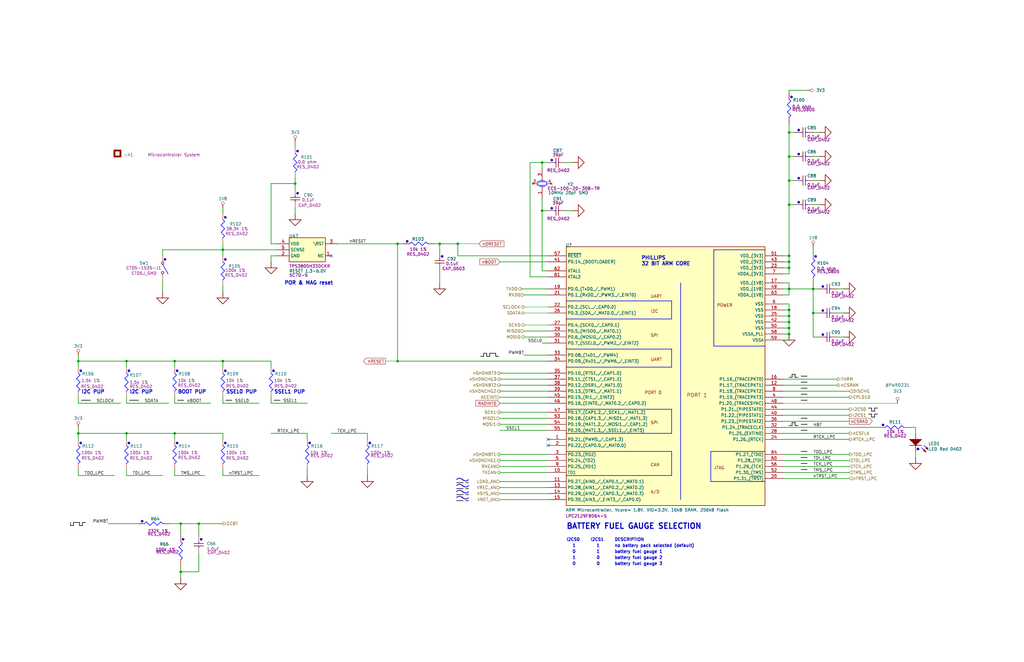
<source format=kicad_sch>
(kicad_sch (version 20231120) (generator "eeschema") (generator_version "8.0")
  (paper "B")
  (title_block (rev "-"))
  (junction (at 332.74 76.2))
  (junction (at 332.74 110.49))
  (junction (at 193.04 102.87))
  (junction (at 93.98 152.4))
  (junction (at 332.74 133.35))
  (junction (at 332.74 66.04))
  (junction (at 73.66 182.88))
  (junction (at 185.42 102.87))
  (junction (at 167.64 102.87))
  (junction (at 73.66 152.4))
  (junction (at 332.74 140.97))
  (junction (at 33.02 182.88))
  (junction (at 228.6 88.9))
  (junction (at 342.9 121.92))
  (junction (at 332.74 138.43))
  (junction (at 33.02 152.4))
  (junction (at 332.74 130.81))
  (junction (at 167.64 152.4))
  (junction (at 332.74 113.03))
  (junction (at 228.6 68.58))
  (junction (at 93.98 105.41))
  (junction (at 332.74 121.92))
  (junction (at 83.82 220.98))
  (junction (at 332.74 86.36))
  (junction (at 332.74 135.89))
  (junction (at 76.2 220.98))
  (junction (at 332.74 55.88))
  (junction (at 124.46 77.47))
  (junction (at 332.74 107.95))
  (junction (at 76.2 241.3))
  (junction (at 53.34 152.4))
  (junction (at 342.9 132.08))
  (junction (at 53.34 182.88))
  (no_connect (at 139.7 107.95))
  (no_connect (at 231.14 187.96))
  (no_connect (at 231.14 185.42))
  (wire (pts (xy 73.66 170.18) (xy 88.9 170.18)) (stroke (width 0.254)))
  (polyline (pts (xy 195.0456 207.448) (xy 195.0565 207.4583)) (stroke (width 0.254) (type solid)))
  (polyline (pts (xy 196.342 208.026) (xy 196.4483 208.0247)) (stroke (width 0.254) (type solid)))
  (wire (pts (xy 45.72 220.98) (xy 58.42 220.98)) (stroke (width 0.254)))
  (polyline (pts (xy 195.529 205.2568) (xy 195.6038 205.2953)) (stroke (width 0.254) (type solid)))
  (wire (pts (xy 330.2 130.81) (xy 332.74 130.81)) (stroke (width 0.254)))
  (wire (pts (xy 53.34 170.18) (xy 53.34 167.64)) (stroke (width 0.254)))
  (polyline (pts (xy 74.93 168.91) (xy 77.47 168.91)) (stroke (width 0.254) (type solid) (color 0 0 0 1)))
  (polyline (pts (xy 367.538 173.482) (xy 368.808 173.482)) (stroke (width 0.254) (type solid) (color 0 0 0 1)))
  (wire (pts (xy 335.28 76.2) (xy 332.74 76.2)) (stroke (width 0.254)))
  (polyline (pts (xy 193.1106 204.4981) (xy 193.2262 204.4504)) (stroke (width 0.254) (type solid)))
  (wire (pts (xy 93.98 87.63) (xy 93.98 90.17)) (stroke (width 0.254)))
  (polyline (pts (xy 196.342 205.486) (xy 196.4483 205.4847)) (stroke (width 0.254) (type solid)))
  (polyline (pts (xy 194.8911 202.2395) (xy 194.9346 202.2731)) (stroke (width 0.254) (type solid)))
  (wire (pts (xy 332.74 110.49) (xy 332.74 107.95)) (stroke (width 0.254)))
  (wire (pts (xy 124.46 77.47) (xy 124.46 80.01)) (stroke (width 0.254)))
  (wire (pts (xy 241.3 68.58) (xy 238.76 68.58)) (stroke (width 0.254)))
  (wire (pts (xy 228.6 68.58) (xy 223.52 68.58)) (stroke (width 0.254)))
  (wire (pts (xy 332.74 133.35) (xy 332.74 130.81)) (stroke (width 0.254)))
  (wire (pts (xy 33.02 182.88) (xy 53.34 182.88)) (stroke (width 0.254)))
  (wire (pts (xy 386.08 190.5) (xy 386.08 193.04)) (stroke (width 0.254)))
  (polyline (pts (xy 337.82 179.07) (xy 340.36 179.07)) (stroke (width 0.254) (type solid) (color 0 0 0 1)))
  (wire (pts (xy 383.54 180.34) (xy 386.08 180.34)) (stroke (width 0.254)))
  (wire (pts (xy 129.54 185.42) (xy 129.54 182.88)) (stroke (width 0.254)))
  (wire (pts (xy 185.42 114.3) (xy 185.42 119.38)) (stroke (width 0.254)))
  (wire (pts (xy 193.04 102.87) (xy 185.42 102.87)) (stroke (width 0.254)))
  (polyline (pts (xy 54.61 168.91) (xy 58.42 168.91)) (stroke (width 0.254) (type solid) (color 0 0 0 1)))
  (polyline (pts (xy 195.0747 210.0159) (xy 195.0926 210.0323)) (stroke (width 0.254) (type solid)))
  (polyline (pts (xy 194.1753 201.8779) (xy 194.2664 201.9057)) (stroke (width 0.254) (type solid)))
  (wire (pts (xy 76.2 241.3) (xy 83.82 241.3)) (stroke (width 0.254)))
  (polyline (pts (xy 340.36 163.83) (xy 337.82 163.83)) (stroke (width 0.254) (type solid) (color 0 0 0 1)))
  (polyline (pts (xy 194.0807 209.4745) (xy 194.1753 209.4979)) (stroke (width 0.254) (type solid)))
  (wire (pts (xy 116.84 102.87) (xy 114.3 102.87)) (stroke (width 0.254)))
  (polyline (pts (xy 337.82 190.5) (xy 340.36 190.5)) (stroke (width 0.254) (type solid) (color 0 0 0 1)))
  (polyline (pts (xy 194.6615 202.0865) (xy 194.7268 202.1262)) (stroke (width 0.254) (type solid)))
  (polyline (pts (xy 195.3333 202.5986) (xy 195.3935 202.6377)) (stroke (width 0.254) (type solid)))
  (wire (pts (xy 332.74 140.97) (xy 332.74 138.43)) (stroke (width 0.254)))
  (polyline (pts (xy 197.0097 207.8858) (xy 197.1264 207.8266)) (stroke (width 0.254) (type solid)))
  (wire (pts (xy 154.94 185.42) (xy 154.94 182.88)) (stroke (width 0.254)))
  (wire (pts (xy 330.2 143.51) (xy 332.74 143.51)) (stroke (width 0.254)))
  (polyline (pts (xy 195.1483 210.0804) (xy 195.1857 210.1108)) (stroke (width 0.254) (type solid)))
  (polyline (pts (xy 196.78 207.9706) (xy 196.8941 207.9335)) (stroke (width 0.254) (type solid)))
  (wire (pts (xy 73.66 167.64) (xy 73.66 170.18)) (stroke (width 0.254)))
  (wire (pts (xy 33.02 170.18) (xy 33.02 167.64)) (stroke (width 0.254)))
  (polyline (pts (xy 196.8941 210.4735) (xy 197.0097 210.4258)) (stroke (width 0.254) (type solid)))
  (polyline (pts (xy 197.1264 210.3666) (xy 197.244 210.2953)) (stroke (width 0.254) (type solid)))
  (polyline (pts (xy 195.1857 210.1108) (xy 195.2292 210.1444)) (stroke (width 0.254) (type solid)))
  (polyline (pts (xy 195.0456 209.988) (xy 195.0565 209.9983)) (stroke (width 0.254) (type solid)))
  (polyline (pts (xy 195.0277 209.9716) (xy 195.0456 209.988)) (stroke (width 0.254) (type solid)))
  (polyline (pts (xy 193.3403 204.4133) (xy 193.4528 204.3862)) (stroke (width 0.254) (type solid)))
  (polyline (pts (xy 337.82 166.37) (xy 340.36 166.37)) (stroke (width 0.254) (type solid) (color 0 0 0 1)))
  (polyline (pts (xy 192.8763 202.0886) (xy 192.9939 202.0173)) (stroke (width 0.254) (type solid)))
  (polyline (pts (xy 340.36 198.12) (xy 337.82 198.12)) (stroke (width 0.254) (type solid) (color 0 0 0 1)))
  (polyline (pts (xy 195.1172 210.054) (xy 195.1483 210.0804)) (stroke (width 0.254) (type solid)))
  (wire (pts (xy 73.66 200.66) (xy 86.36 200.66)) (stroke (width 0.254)))
  (wire (pts (xy 353.06 142.24) (xy 355.6 142.24)) (stroke (width 0.254)))
  (polyline (pts (xy 197.3623 210.2112) (xy 197.4811 210.1137)) (stroke (width 0.254) (type solid)))
  (polyline (pts (xy 196.342 210.566) (xy 196.4483 210.5647)) (stroke (width 0.254) (type solid)))
  (polyline (pts (xy 33.528 220.472) (xy 30.988 220.472)) (stroke (width 0.254) (type solid) (color 0 0 0 1)))
  (polyline (pts (xy 196.0396 210.5294) (xy 196.1375 210.5476)) (stroke (width 0.254) (type solid)))
  (polyline (pts (xy 194.972 202.3035) (xy 195.0031 202.3299)) (stroke (width 0.254) (type solid)))
  (polyline (pts (xy 196.78 202.8906) (xy 196.8941 202.8535)) (stroke (width 0.254) (type solid)))
  (polyline (pts (xy 193.2262 209.5304) (xy 193.3403 209.4933)) (stroke (width 0.254) (type solid)))
  (wire (pts (xy 93.98 170.18) (xy 93.98 167.64)) (stroke (width 0.254)))
  (polyline (pts (xy 205.232 149.098) (xy 203.962 149.098)) (stroke (width 0.254) (type solid) (color 0 0 0 1)))
  (polyline (pts (xy 194.3538 209.5572) (xy 194.4372 209.5917)) (stroke (width 0.254) (type solid)))
  (polyline (pts (xy 193.3403 209.4933) (xy 193.4528 209.4662)) (stroke (width 0.254) (type solid)))
  (polyline (pts (xy 194.8419 209.8234) (xy 194.8911 209.8595)) (stroke (width 0.254) (type solid)))
  (polyline (pts (xy 193.4528 201.8462) (xy 193.5635 201.8284)) (stroke (width 0.254) (type solid)))
  (polyline (pts (xy 193.4528 204.3862) (xy 193.5635 204.3684)) (stroke (width 0.254) (type solid)))
  (wire (pts (xy 241.3 88.9) (xy 238.76 88.9)) (stroke (width 0.254)))
  (polyline (pts (xy 335.28 178.308) (xy 335.28 179.578)) (stroke (width 0.254) (type solid) (color 0 0 0 1)))
  (wire (pts (xy 332.74 39.37) (xy 332.74 38.1)) (stroke (width 0.254)))
  (wire (pts (xy 76.2 238.76) (xy 76.2 241.3)) (stroke (width 0.254)))
  (polyline (pts (xy 196.5568 210.5555) (xy 196.6675 210.5377)) (stroke (width 0.254) (type solid)))
  (polyline (pts (xy 193.7783 204.3579) (xy 193.8819 204.3638)) (stroke (width 0.254) (type solid)))
  (polyline (pts (xy 335.28 157.988) (xy 334.01 157.988)) (stroke (width 0.254) (type solid) (color 0 0 0 1)))
  (polyline (pts (xy 203.962 149.098) (xy 203.962 150.368)) (stroke (width 0.254) (type solid) (color 0 0 0 1)))
  (polyline (pts (xy 335.28 178.308) (xy 334.01 178.308)) (stroke (width 0.254) (type solid) (color 0 0 0 1)))
  (wire (pts (xy 167.64 102.87) (xy 170.18 102.87)) (stroke (width 0.254)))
  (polyline (pts (xy 194.8419 207.2834) (xy 194.8911 207.3195)) (stroke (width 0.254) (type solid)))
  (wire (pts (xy 162.56 152.4) (xy 167.64 152.4)))
  (wire (pts (xy 210.82 203.2) (xy 231.14 203.2)) (stroke (width 0.254)))
  (polyline (pts (xy 195.7665 207.9067) (xy 195.8539 207.9382)) (stroke (width 0.254) (type solid)))
  (wire (pts (xy 330.2 175.26) (xy 358.14 175.26)) (stroke (width 0.254)))
  (wire (pts (xy 223.52 116.84) (xy 231.14 116.84)) (stroke (width 0.254)))
  (polyline (pts (xy 30.988 221.742) (xy 29.718 221.742)) (stroke (width 0.254) (type solid) (color 0 0 0 1)))
  (polyline (pts (xy 195.0747 204.9359) (xy 195.0926 204.9523)) (stroke (width 0.254) (type solid)))
  (wire (pts (xy 358.14 191.77) (xy 330.2 191.77)) (stroke (width 0.254)))
  (polyline (pts (xy 367.538 176.022) (xy 368.808 176.022)) (stroke (width 0.254) (type solid) (color 0 0 0 1)))
  (polyline (pts (xy 193.7783 206.8979) (xy 193.8819 206.9038)) (stroke (width 0.254) (type solid)))
  (polyline (pts (xy 195.0602 210.0019) (xy 195.0638 210.0056)) (stroke (width 0.254) (type solid)))
  (wire (pts (xy 332.74 66.04) (xy 332.74 55.88)) (stroke (width 0.254)))
  (wire (pts (xy 386.08 180.34) (xy 386.08 182.88)) (stroke (width 0.254)))
  (polyline (pts (xy 203.962 150.368) (xy 202.692 150.368)) (stroke (width 0.254) (type solid) (color 0 0 0 1)))
  (polyline (pts (xy 196.4483 208.0247) (xy 196.5568 208.0155)) (stroke (width 0.254) (type solid)))
  (wire (pts (xy 342.9 106.68) (xy 342.9 104.14)) (stroke (width 0.254)))
  (polyline (pts (xy 195.0277 202.3516) (xy 195.0456 202.368)) (stroke (width 0.254) (type solid)))
  (wire (pts (xy 330.2 196.85) (xy 358.14 196.85)) (stroke (width 0.254)))
  (polyline (pts (xy 196.1375 210.5476) (xy 196.2384 210.5601)) (stroke (width 0.254) (type solid)))
  (wire (pts (xy 332.74 121.92) (xy 332.74 119.38)) (stroke (width 0.254)))
  (wire (pts (xy 109.22 200.66) (xy 93.98 200.66)) (stroke (width 0.254)))
  (polyline (pts (xy 195.4588 202.6774) (xy 195.529 202.7168)) (stroke (width 0.254) (type solid)))
  (wire (pts (xy 124.46 74.93) (xy 124.46 77.47)) (stroke (width 0.254)))
  (wire (pts (xy 330.2 135.89) (xy 332.74 135.89)) (stroke (width 0.254)))
  (polyline (pts (xy 196.6675 207.9977) (xy 196.78 207.9706)) (stroke (width 0.254) (type solid)))
  (polyline (pts (xy 194.0807 206.9345) (xy 194.1753 206.9579)) (stroke (width 0.254) (type solid)))
  (polyline (pts (xy 195.1483 207.5404) (xy 195.1857 207.5708)) (stroke (width 0.254) (type solid)))
  (polyline (pts (xy 194.6615 209.7065) (xy 194.7268 209.7462)) (stroke (width 0.254) (type solid)))
  (polyline (pts (xy 195.1172 204.974) (xy 195.1483 205.0004)) (stroke (width 0.254) (type solid)))
  (wire (pts (xy 53.34 185.42) (xy 53.34 182.88)) (stroke (width 0.254)))
  (polyline (pts (xy 192.758 204.7127) (xy 192.8763 204.6286)) (stroke (width 0.254) (type solid)))
  (wire (pts (xy 210.82 162.56) (xy 231.14 162.56)) (stroke (width 0.254)))
  (wire (pts (xy 73.66 152.4) (xy 73.66 154.94)) (stroke (width 0.254)))
  (wire (pts (xy 220.98 137.16) (xy 231.14 137.16)))
  (polyline (pts (xy 194.5165 204.5486) (xy 194.5913 204.5871)) (stroke (width 0.254) (type solid)))
  (polyline (pts (xy 195.945 207.966) (xy 196.0396 207.9894)) (stroke (width 0.254) (type solid)))
  (wire (pts (xy 228.6 71.12) (xy 228.6 68.58)) (stroke (width 0.254)))
  (polyline (pts (xy 194.1753 209.4979) (xy 194.2664 209.5257)) (stroke (width 0.254) (type solid)))
  (polyline (pts (xy 368.808 176.022) (xy 368.808 174.752)) (stroke (width 0.254) (type solid) (color 0 0 0 1)))
  (polyline (pts (xy 193.5635 209.4484) (xy 193.672 209.4392)) (stroke (width 0.254) (type solid)))
  (polyline (pts (xy 196.78 205.4306) (xy 196.8941 205.3935)) (stroke (width 0.254) (type solid)))
  (wire (pts (xy 330.2 138.43) (xy 332.74 138.43)) (stroke (width 0.254)))
  (wire (pts (xy 228.6 144.78) (xy 231.14 144.78)) (stroke (width 0.254)))
  (polyline (pts (xy 36.068 220.472) (xy 34.798 220.472)) (stroke (width 0.254) (type solid) (color 0 0 0 1)))
  (polyline (pts (xy 194.4372 201.9717) (xy 194.5165 202.0086)) (stroke (width 0.254) (type solid)))
  (wire (pts (xy 220.98 139.7) (xy 231.14 139.7)) (stroke (width 0.254)))
  (wire (pts (xy 332.74 130.81) (xy 332.74 128.27)) (stroke (width 0.254)))
  (polyline (pts (xy 196.6675 210.5377) (xy 196.78 210.5106)) (stroke (width 0.254) (type solid)))
  (polyline (pts (xy 195.1857 202.4908) (xy 195.2292 202.5244)) (stroke (width 0.254) (type solid)))
  (wire (pts (xy 83.82 220.98) (xy 83.82 226.06)) (stroke (width 0.254)))
  (wire (pts (xy 53.34 200.66) (xy 53.34 198.12)) (stroke (width 0.254)))
  (polyline (pts (xy 194.2664 206.9857) (xy 194.3538 207.0172)) (stroke (width 0.254) (type solid)))
  (wire (pts (xy 228.6 88.9) (xy 228.6 114.3)) (stroke (width 0.254)))
  (polyline (pts (xy 196.4483 202.9447) (xy 196.5568 202.9355)) (stroke (width 0.254) (type solid)))
  (polyline (pts (xy 195.2784 205.1005) (xy 195.3333 205.1386)) (stroke (width 0.254) (type solid)))
  (wire (pts (xy 53.34 152.4) (xy 73.66 152.4)) (stroke (width 0.254)))
  (polyline (pts (xy 367.538 173.482) (xy 367.538 172.212)) (stroke (width 0.254) (type solid) (color 0 0 0 1)))
  (polyline (pts (xy 34.29 168.91) (xy 38.1 168.91)) (stroke (width 0.254) (type solid) (color 0 0 0 1)))
  (polyline (pts (xy 194.2664 201.9057) (xy 194.3538 201.9372)) (stroke (width 0.254) (type solid)))
  (wire (pts (xy 129.54 182.88) (xy 114.3 182.88)) (stroke (width 0.254)))
  (polyline (pts (xy 195.1172 202.434) (xy 195.1483 202.4604)) (stroke (width 0.254) (type solid)))
  (polyline (pts (xy 194.5913 207.1271) (xy 194.6615 207.1665)) (stroke (width 0.254) (type solid)))
  (polyline (pts (xy 193.8819 206.9038) (xy 193.9828 206.9163)) (stroke (width 0.254) (type solid)))
  (polyline (pts (xy 334.01 178.308) (xy 334.01 179.578)) (stroke (width 0.254) (type solid) (color 0 0 0 1)))
  (polyline (pts (xy 192.9939 207.0973) (xy 193.1106 207.0381)) (stroke (width 0.254) (type solid)))
  (polyline (pts (xy 197.4811 205.0337) (xy 197.6002 204.9219)) (stroke (width 0.254) (type solid)))
  (polyline (pts (xy 193.672 204.3592) (xy 193.7783 204.3579)) (stroke (width 0.254) (type solid)))
  (polyline (pts (xy 194.787 202.1653) (xy 194.8419 202.2034)) (stroke (width 0.254) (type solid)))
  (polyline (pts (xy 193.9828 201.8363) (xy 194.0807 201.8545)) (stroke (width 0.254) (type solid)))
  (polyline (pts (xy 367.538 176.022) (xy 367.538 174.752)) (stroke (width 0.254) (type solid) (color 0 0 0 1)))
  (wire (pts (xy 210.82 165.1) (xy 231.14 165.1)) (stroke (width 0.254)))
  (polyline (pts (xy 193.672 201.8192) (xy 193.7783 201.8179)) (stroke (width 0.254) (type solid)))
  (polyline (pts (xy 194.3538 204.4772) (xy 194.4372 204.5117)) (stroke (width 0.254) (type solid)))
  (polyline (pts (xy 194.8911 207.3195) (xy 194.9346 207.3531)) (stroke (width 0.254) (type solid)))
  (polyline (pts (xy 336.55 159.258) (xy 335.28 159.258)) (stroke (width 0.254) (type solid) (color 0 0 0 1)))
  (wire (pts (xy 33.02 152.4) (xy 53.34 152.4)) (stroke (width 0.254)))
  (polyline (pts (xy 192.5202 203.6519) (xy 197.6002 203.6519)) (stroke (width 0.254) (type dash) (color 0 0 0 1)))
  (wire (pts (xy 219.71 121.92) (xy 231.14 121.92)) (stroke (width 0.254)))
  (wire (pts (xy 220.98 129.54) (xy 231.14 129.54)))
  (wire (pts (xy 167.64 152.4) (xy 231.14 152.4)) (stroke (width 0.254)))
  (wire (pts (xy 330.2 121.92) (xy 332.74 121.92)) (stroke (width 0.254)))
  (wire (pts (xy 93.98 105.41) (xy 93.98 102.87)) (stroke (width 0.254)))
  (polyline (pts (xy 194.1753 204.4179) (xy 194.2664 204.4457)) (stroke (width 0.254) (type solid)))
  (wire (pts (xy 332.74 115.57) (xy 330.2 115.57)) (stroke (width 0.254)))
  (wire (pts (xy 330.2 165.1) (xy 358.14 165.1)) (stroke (width 0.254)))
  (polyline (pts (xy 194.0807 201.8545) (xy 194.1753 201.8779)) (stroke (width 0.254) (type solid)))
  (polyline (pts (xy 194.3538 207.0172) (xy 194.4372 207.0517)) (stroke (width 0.254) (type solid)))
  (polyline (pts (xy 193.2262 206.9904) (xy 193.3403 206.9533)) (stroke (width 0.254) (type solid)))
  (polyline (pts (xy 195.0926 207.4923) (xy 195.1172 207.514)) (stroke (width 0.254) (type solid)))
  (polyline (pts (xy 193.3403 206.9533) (xy 193.4528 206.9262)) (stroke (width 0.254) (type solid)))
  (wire (pts (xy 330.2 140.97) (xy 332.74 140.97)) (stroke (width 0.254)))
  (polyline (pts (xy 195.7665 205.3667) (xy 195.8539 205.3982)) (stroke (width 0.254) (type solid)))
  (wire (pts (xy 68.58 107.95) (xy 68.58 105.41)) (stroke (width 0.254)))
  (polyline (pts (xy 194.7268 202.1262) (xy 194.787 202.1653)) (stroke (width 0.254) (type solid)))
  (polyline (pts (xy 193.5635 206.9084) (xy 193.672 206.8992)) (stroke (width 0.254) (type solid)))
  (polyline (pts (xy 30.988 220.472) (xy 30.988 221.742)) (stroke (width 0.254) (type solid) (color 0 0 0 1)))
  (polyline (pts (xy 195.0638 202.3856) (xy 195.0747 202.3959)) (stroke (width 0.254) (type solid)))
  (polyline (pts (xy 195.0926 204.9523) (xy 195.1172 204.974)) (stroke (width 0.254) (type solid)))
  (polyline (pts (xy 193.1106 201.9581) (xy 193.2262 201.9104)) (stroke (width 0.254) (type solid)))
  (polyline (pts (xy 195.0565 204.9183) (xy 195.0602 204.9219)) (stroke (width 0.254) (type solid)))
  (polyline (pts (xy 194.4372 204.5117) (xy 194.5165 204.5486)) (stroke (width 0.254) (type solid)))
  (polyline (pts (xy 195.8539 210.4782) (xy 195.945 210.506)) (stroke (width 0.254) (type solid)))
  (polyline (pts (xy 194.5913 202.0471) (xy 194.6615 202.0865)) (stroke (width 0.254) (type solid)))
  (polyline (pts (xy 194.972 204.8435) (xy 195.0031 204.8699)) (stroke (width 0.254) (type solid)))
  (polyline (pts (xy 192.9939 202.0173) (xy 193.1106 201.9581)) (stroke (width 0.254) (type solid)))
  (polyline (pts (xy 194.2664 209.5257) (xy 194.3538 209.5572)) (stroke (width 0.254) (type solid)))
  (wire (pts (xy 210.82 179.07) (xy 231.14 179.07)) (stroke (width 0.254)))
  (polyline (pts (xy 194.787 209.7853) (xy 194.8419 209.8234)) (stroke (width 0.254) (type solid)))
  (polyline (pts (xy 192.6392 207.3502) (xy 192.758 207.2527)) (stroke (width 0.254) (type solid)))
  (polyline (pts (xy 210.312 150.368) (xy 209.042 150.368)) (stroke (width 0.254) (type solid) (color 0 0 0 1)))
  (polyline (pts (xy 195.2784 202.5605) (xy 195.3333 202.5986)) (stroke (width 0.254) (type solid)))
  (wire (pts (xy 342.9 55.88) (xy 345.44 55.88)) (stroke (width 0.254)))
  (wire (pts (xy 210.82 210.82) (xy 231.14 210.82)) (stroke (width 0.254)))
  (polyline (pts (xy 366.268 172.212) (xy 367.538 172.212)) (stroke (width 0.254) (type solid) (color 0 0 0 1)))
  (polyline (pts (xy 194.0807 204.3945) (xy 194.1753 204.4179)) (stroke (width 0.254) (type solid)))
  (polyline (pts (xy 195.0926 210.0323) (xy 195.1172 210.054)) (stroke (width 0.254) (type solid)))
  (wire (pts (xy 353.06 121.92) (xy 355.6 121.92)) (stroke (width 0.254)))
  (polyline (pts (xy 193.1106 207.0381) (xy 193.2262 206.9904)) (stroke (width 0.254) (type solid)))
  (wire (pts (xy 330.2 180.34) (xy 370.84 180.34)) (stroke (width 0.254)))
  (polyline (pts (xy 195.6038 207.8353) (xy 195.6831 207.8722)) (stroke (width 0.254) (type solid)))
  (polyline (pts (xy 192.5202 208.7319) (xy 197.6002 208.7319)) (stroke (width 0.254) (type dash) (color 0 0 0 1)))
  (polyline (pts (xy 194.787 207.2453) (xy 194.8419 207.2834)) (stroke (width 0.254) (type solid)))
  (wire (pts (xy 332.74 143.51) (xy 332.74 140.97)) (stroke (width 0.254)))
  (polyline (pts (xy 206.502 150.368) (xy 205.232 150.368)) (stroke (width 0.254) (type solid) (color 0 0 0 1)))
  (polyline (pts (xy 195.2292 210.1444) (xy 195.2784 210.1805)) (stroke (width 0.254) (type solid)))
  (wire (pts (xy 332.74 124.46) (xy 332.74 121.92)) (stroke (width 0.254)))
  (polyline (pts (xy 196.1375 205.4676) (xy 196.2384 205.4801)) (stroke (width 0.254) (type solid)))
  (wire (pts (xy 332.74 121.92) (xy 342.9 121.92)) (stroke (width 0.254)))
  (polyline (pts (xy 209.042 149.098) (xy 206.502 149.098)) (stroke (width 0.254) (type solid) (color 0 0 0 1)))
  (wire (pts (xy 210.82 160.02) (xy 231.14 160.02)) (stroke (width 0.254)))
  (polyline (pts (xy 192.5202 207.4619) (xy 192.6392 207.3502)) (stroke (width 0.254) (type solid)))
  (wire (pts (xy 330.2 128.27) (xy 332.74 128.27)) (stroke (width 0.254)))
  (polyline (pts (xy 197.4811 207.5737) (xy 197.6002 207.4619)) (stroke (width 0.254) (type solid)))
  (polyline (pts (xy 194.5165 209.6286) (xy 194.5913 209.6671)) (stroke (width 0.254) (type solid)))
  (wire (pts (xy 109.22 170.18) (xy 93.98 170.18)) (stroke (width 0.254)))
  (wire (pts (xy 193.04 102.87) (xy 201.93 102.87)))
  (polyline (pts (xy 197.4811 202.4937) (xy 197.6002 202.3819)) (stroke (width 0.254) (type solid)))
  (wire (pts (xy 330.2 124.46) (xy 332.74 124.46)) (stroke (width 0.254)))
  (polyline (pts (xy 196.8941 207.9335) (xy 197.0097 207.8858)) (stroke (width 0.254) (type solid)))
  (polyline (pts (xy 193.9828 206.9163) (xy 194.0807 206.9345)) (stroke (width 0.254) (type solid)))
  (wire (pts (xy 114.3 152.4) (xy 114.3 154.94)) (stroke (width 0.254)))
  (polyline (pts (xy 195.0638 207.4656) (xy 195.0747 207.4759)) (stroke (width 0.254) (type solid)))
  (polyline (pts (xy 337.82 176.53) (xy 340.36 176.53)) (stroke (width 0.254) (type solid) (color 0 0 0 1)))
  (polyline (pts (xy 195.945 205.426) (xy 196.0396 205.4494)) (stroke (width 0.254) (type solid)))
  (wire (pts (xy 167.64 152.4) (xy 167.64 102.87)) (stroke (width 0.254)))
  (polyline (pts (xy 193.8819 204.3638) (xy 193.9828 204.3763)) (stroke (width 0.254) (type solid)))
  (polyline (pts (xy 192.8763 207.1686) (xy 192.9939 207.0973)) (stroke (width 0.254) (type solid)))
  (polyline (pts (xy 195.6038 202.7553) (xy 195.6831 202.7922)) (stroke (width 0.254) (type solid)))
  (polyline (pts (xy 195.6831 205.3322) (xy 195.7665 205.3667)) (stroke (width 0.254) (type solid)))
  (polyline (pts (xy 194.9346 202.2731) (xy 194.972 202.3035)) (stroke (width 0.254) (type solid)))
  (polyline (pts (xy 194.2664 204.4457) (xy 194.3538 204.4772)) (stroke (width 0.254) (type solid)))
  (polyline (pts (xy 196.2384 205.4801) (xy 196.342 205.486)) (stroke (width 0.254) (type solid)))
  (polyline (pts (xy 194.5913 204.5871) (xy 194.6615 204.6265)) (stroke (width 0.254) (type solid)))
  (polyline (pts (xy 193.9828 209.4563) (xy 194.0807 209.4745)) (stroke (width 0.254) (type solid)))
  (wire (pts (xy 332.74 76.2) (xy 332.74 66.04)) (stroke (width 0.254)))
  (polyline (pts (xy 195.1483 205.0004) (xy 195.1857 205.0308)) (stroke (width 0.254) (type solid)))
  (wire (pts (xy 220.98 132.08) (xy 231.14 132.08)))
  (polyline (pts (xy 195.4588 207.7574) (xy 195.529 207.7968)) (stroke (width 0.254) (type solid)))
  (wire (pts (xy 93.98 152.4) (xy 114.3 152.4)) (stroke (width 0.254)))
  (wire (pts (xy 353.06 132.08) (xy 355.6 132.08)) (stroke (width 0.254)))
  (wire (pts (xy 228.6 114.3) (xy 231.14 114.3)) (stroke (width 0.254)))
  (wire (pts (xy 335.28 55.88) (xy 332.74 55.88)) (stroke (width 0.254)))
  (polyline (pts (xy 115.57 168.91) (xy 118.11 168.91)) (stroke (width 0.254) (type solid) (color 0 0 0 1)))
  (polyline (pts (xy 195.3333 207.6786) (xy 195.3935 207.7177)) (stroke (width 0.254) (type solid)))
  (polyline (pts (xy 34.798 221.742) (xy 33.528 221.742)) (stroke (width 0.254) (type solid) (color 0 0 0 1)))
  (wire (pts (xy 330.2 160.02) (xy 353.06 160.02)) (stroke (width 0.254)))
  (polyline (pts (xy 195.0602 202.3819) (xy 195.0638 202.3856)) (stroke (width 0.254) (type solid)))
  (wire (pts (xy 210.82 196.85) (xy 231.14 196.85)) (stroke (width 0.254)))
  (polyline (pts (xy 193.7783 209.4379) (xy 193.8819 209.4438)) (stroke (width 0.254) (type solid)))
  (polyline (pts (xy 192.758 202.1727) (xy 192.8763 202.0886)) (stroke (width 0.254) (type solid)))
  (polyline (pts (xy 192.758 207.2527) (xy 192.8763 207.1686)) (stroke (width 0.254) (type solid)))
  (polyline (pts (xy 195.3333 210.2186) (xy 195.3935 210.2577)) (stroke (width 0.254) (type solid)))
  (polyline (pts (xy 196.78 210.5106) (xy 196.8941 210.4735)) (stroke (width 0.254) (type solid)))
  (polyline (pts (xy 195.3935 207.7177) (xy 195.4588 207.7574)) (stroke (width 0.254) (type solid)))
  (wire (pts (xy 93.98 182.88) (xy 93.98 185.42)) (stroke (width 0.254)))
  (polyline (pts (xy 192.5202 204.9219) (xy 192.6392 204.8102)) (stroke (width 0.254) (type solid)))
  (wire (pts (xy 210.82 167.64) (xy 231.14 167.64)) (stroke (width 0.254)))
  (wire (pts (xy 53.34 154.94) (xy 53.34 152.4)) (stroke (width 0.254)))
  (polyline (pts (xy 192.5202 210.0019) (xy 192.6392 209.8902)) (stroke (width 0.254) (type solid)))
  (wire (pts (xy 342.9 142.24) (xy 345.44 142.24)) (stroke (width 0.254)))
  (wire (pts (xy 76.2 220.98) (xy 76.2 226.06)) (stroke (width 0.254)))
  (polyline (pts (xy 193.672 209.4392) (xy 193.7783 209.4379)) (stroke (width 0.254) (type solid)))
  (polyline (pts (xy 195.4588 210.2974) (xy 195.529 210.3368)) (stroke (width 0.254) (type solid)))
  (polyline (pts (xy 194.972 209.9235) (xy 195.0031 209.9499)) (stroke (width 0.254) (type solid)))
  (polyline (pts (xy 195.0747 202.3959) (xy 195.0926 202.4123)) (stroke (width 0.254) (type solid)))
  (polyline (pts (xy 194.8911 204.7795) (xy 194.9346 204.8131)) (stroke (width 0.254) (type solid)))
  (polyline (pts (xy 340.36 193.04) (xy 337.82 193.04)) (stroke (width 0.254) (type solid) (color 0 0 0 1)))
  (polyline (pts (xy 368.808 172.212) (xy 370.078 172.212)) (stroke (width 0.254) (type solid) (color 0 0 0 1)))
  (wire (pts (xy 210.82 194.31) (xy 231.14 194.31)) (stroke (width 0.254)))
  (polyline (pts (xy 193.2262 201.9104) (xy 193.3403 201.8733)) (stroke (width 0.254) (type solid)))
  (polyline (pts (xy 195.529 210.3368) (xy 195.6038 210.3753)) (stroke (width 0.254) (type solid)))
  (wire (pts (xy 83.82 220.98) (xy 76.2 220.98)) (stroke (width 0.254)))
  (polyline (pts (xy 194.3538 201.9372) (xy 194.4372 201.9717)) (stroke (width 0.254) (type solid)))
  (polyline (pts (xy 196.8941 202.8535) (xy 197.0097 202.8058)) (stroke (width 0.254) (type solid)))
  (polyline (pts (xy 195.0565 202.3783) (xy 195.0602 202.3819)) (stroke (width 0.254) (type solid)))
  (polyline (pts (xy 195.1857 207.5708) (xy 195.2292 207.6044)) (stroke (width 0.254) (type solid)))
  (wire (pts (xy 342.9 132.08) (xy 342.9 142.24)) (stroke (width 0.254)))
  (polyline (pts (xy 340.36 168.91) (xy 337.82 168.91)) (stroke (width 0.254) (type solid) (color 0 0 0 1)))
  (polyline (pts (xy 194.8419 202.2034) (xy 194.8911 202.2395)) (stroke (width 0.254) (type solid)))
  (polyline (pts (xy 192.758 209.7927) (xy 192.8763 209.7086)) (stroke (width 0.254) (type solid)))
  (polyline (pts (xy 197.3623 207.6712) (xy 197.4811 207.5737)) (stroke (width 0.254) (type solid)))
  (wire (pts (xy 342.9 76.2) (xy 345.44 76.2)) (stroke (width 0.254)))
  (polyline (pts (xy 196.0396 207.9894) (xy 196.1375 208.0076)) (stroke (width 0.254) (type solid)))
  (polyline (pts (xy 195.0638 204.9256) (xy 195.0747 204.9359)) (stroke (width 0.254) (type solid)))
  (polyline (pts (xy 195.2292 205.0644) (xy 195.2784 205.1005)) (stroke (width 0.254) (type solid)))
  (wire (pts (xy 342.9 121.92) (xy 345.44 121.92)) (stroke (width 0.254)))
  (polyline (pts (xy 195.1857 205.0308) (xy 195.2292 205.0644)) (stroke (width 0.254) (type solid)))
  (wire (pts (xy 231.14 107.95) (xy 193.04 107.95)) (stroke (width 0.254)))
  (polyline (pts (xy 192.5202 206.1919) (xy 197.6002 206.1919)) (stroke (width 0.254) (type dash) (color 0 0 0 1)))
  (polyline (pts (xy 194.4372 209.5917) (xy 194.5165 209.6286)) (stroke (width 0.254) (type solid)))
  (polyline (pts (xy 196.0396 205.4494) (xy 196.1375 205.4676)) (stroke (width 0.254) (type solid)))
  (polyline (pts (xy 34.798 220.472) (xy 34.798 221.742)) (stroke (width 0.254) (type solid) (color 0 0 0 1)))
  (polyline (pts (xy 195.3935 210.2577) (xy 195.4588 210.2974)) (stroke (width 0.254) (type solid)))
  (polyline (pts (xy 337.82 161.29) (xy 340.36 161.29)) (stroke (width 0.254) (type solid) (color 0 0 0 1)))
  (polyline (pts (xy 194.8419 204.7434) (xy 194.8911 204.7795)) (stroke (width 0.254) (type solid)))
  (wire (pts (xy 358.14 194.31) (xy 330.2 194.31)) (stroke (width 0.254)))
  (polyline (pts (xy 197.1264 202.7466) (xy 197.244 202.6753)) (stroke (width 0.254) (type solid)))
  (polyline (pts (xy 192.6392 202.2702) (xy 192.758 202.1727)) (stroke (width 0.254) (type solid)))
  (wire (pts (xy 330.2 107.95) (xy 332.74 107.95)) (stroke (width 0.254)))
  (wire (pts (xy 68.58 105.41) (xy 93.98 105.41)) (stroke (width 0.254)))
  (wire (pts (xy 342.9 132.08) (xy 345.44 132.08)) (stroke (width 0.254)))
  (wire (pts (xy 220.98 124.46) (xy 231.14 124.46)) (stroke (width 0.254)))
  (wire (pts (xy 116.84 105.41) (xy 93.98 105.41)) (stroke (width 0.254)))
  (polyline (pts (xy 195.3935 202.6377) (xy 195.4588 202.6774)) (stroke (width 0.254) (type solid)))
  (polyline (pts (xy 196.1375 202.9276) (xy 196.2384 202.9401)) (stroke (width 0.254) (type solid)))
  (polyline (pts (xy 195.0638 210.0056) (xy 195.0747 210.0159)) (stroke (width 0.254) (type solid)))
  (polyline (pts (xy 195.529 202.7168) (xy 195.6038 202.7553)) (stroke (width 0.254) (type solid)))
  (wire (pts (xy 185.42 102.87) (xy 182.88 102.87)) (stroke (width 0.254)))
  (polyline (pts (xy 195.2784 210.1805) (xy 195.3333 210.2186)) (stroke (width 0.254) (type solid)))
  (wire (pts (xy 231.14 88.9) (xy 228.6 88.9)) (stroke (width 0.254)))
  (polyline (pts (xy 196.5568 202.9355) (xy 196.6675 202.9177)) (stroke (width 0.254) (type solid)))
  (polyline (pts (xy 196.2384 210.5601) (xy 196.342 210.566)) (stroke (width 0.254) (type solid)))
  (polyline (pts (xy 195.529 207.7968) (xy 195.6038 207.8353)) (stroke (width 0.254) (type solid)))
  (polyline (pts (xy 195.0031 202.3299) (xy 195.0277 202.3516)) (stroke (width 0.254) (type solid)))
  (polyline (pts (xy 196.4483 210.5647) (xy 196.5568 210.5555)) (stroke (width 0.254) (type solid)))
  (polyline (pts (xy 194.787 204.7053) (xy 194.8419 204.7434)) (stroke (width 0.254) (type solid)))
  (polyline (pts (xy 196.2384 202.9401) (xy 196.342 202.946)) (stroke (width 0.254) (type solid)))
  (polyline (pts (xy 194.972 207.3835) (xy 195.0031 207.4099)) (stroke (width 0.254) (type solid)))
  (polyline (pts (xy 195.6831 210.4122) (xy 195.7665 210.4467)) (stroke (width 0.254) (type solid)))
  (wire (pts (xy 142.24 102.87) (xy 167.64 102.87)) (stroke (width 0.254)))
  (polyline (pts (xy 195.0456 204.908) (xy 195.0565 204.9183)) (stroke (width 0.254) (type solid)))
  (polyline (pts (xy 195.4588 205.2174) (xy 195.529 205.2568)) (stroke (width 0.254) (type solid)))
  (polyline (pts (xy 195.1483 202.4604) (xy 195.1857 202.4908)) (stroke (width 0.254) (type solid)))
  (polyline (pts (xy 335.28 157.988) (xy 335.28 159.258)) (stroke (width 0.254) (type solid) (color 0 0 0 1)))
  (wire (pts (xy 114.3 167.64) (xy 114.3 170.18)) (stroke (width 0.254)))
  (polyline (pts (xy 197.0097 210.4258) (xy 197.1264 210.3666)) (stroke (width 0.254) (type solid)))
  (polyline (pts (xy 192.5202 202.3819) (xy 192.6392 202.2702)) (stroke (width 0.254) (type solid)))
  (polyline (pts (xy 195.2292 202.5244) (xy 195.2784 202.5605)) (stroke (width 0.254) (type solid)))
  (wire (pts (xy 210.82 176.53) (xy 231.14 176.53)) (stroke (width 0.254)))
  (polyline (pts (xy 334.01 159.258) (xy 332.74 159.258)) (stroke (width 0.254) (type solid) (color 0 0 0 1)))
  (wire (pts (xy 228.6 68.58) (xy 231.14 68.58)) (stroke (width 0.254)))
  (wire (pts (xy 53.34 182.88) (xy 73.66 182.88)) (stroke (width 0.254)))
  (wire (pts (xy 50.8 170.18) (xy 33.02 170.18)) (stroke (width 0.254)))
  (polyline (pts (xy 195.8539 207.9382) (xy 195.945 207.966)) (stroke (width 0.254) (type solid)))
  (polyline (pts (xy 192.9939 209.6373) (xy 193.1106 209.5781)) (stroke (width 0.254) (type solid)))
  (wire (pts (xy 228.6 83.82) (xy 228.6 88.9)) (stroke (width 0.254)))
  (polyline (pts (xy 192.8763 209.7086) (xy 192.9939 209.6373)) (stroke (width 0.254) (type solid)))
  (polyline (pts (xy 194.5165 207.0886) (xy 194.5913 207.1271)) (stroke (width 0.254) (type solid)))
  (polyline (pts (xy 194.9346 204.8131) (xy 194.972 204.8435)) (stroke (width 0.254) (type solid)))
  (polyline (pts (xy 195.6038 210.3753) (xy 195.6831 210.4122)) (stroke (width 0.254) (type solid)))
  (wire (pts (xy 330.2 113.03) (xy 332.74 113.03)) (stroke (width 0.254)))
  (wire (pts (xy 342.9 66.04) (xy 345.44 66.04)) (stroke (width 0.254)))
  (polyline (pts (xy 195.0565 209.9983) (xy 195.0602 210.0019)) (stroke (width 0.254) (type solid)))
  (wire (pts (xy 358.14 199.39) (xy 330.2 199.39)) (stroke (width 0.254)))
  (polyline (pts (xy 195.0031 204.8699) (xy 195.0277 204.8916)) (stroke (width 0.254) (type solid)))
  (polyline (pts (xy 205.232 149.098) (xy 205.232 150.368)) (stroke (width 0.254) (type solid) (color 0 0 0 1)))
  (polyline (pts (xy 196.1375 208.0076) (xy 196.2384 208.0201)) (stroke (width 0.254) (type solid)))
  (wire (pts (xy 332.74 55.88) (xy 332.74 52.07)) (stroke (width 0.254)))
  (wire (pts (xy 335.28 66.04) (xy 332.74 66.04)) (stroke (width 0.254)))
  (wire (pts (xy 332.74 113.03) (xy 332.74 110.49)) (stroke (width 0.254)))
  (polyline (pts (xy 196.0396 202.9094) (xy 196.1375 202.9276)) (stroke (width 0.254) (type solid)))
  (wire (pts (xy 73.66 182.88) (xy 93.98 182.88)) (stroke (width 0.254)))
  (polyline (pts (xy 192.6392 204.8102) (xy 192.758 204.7127)) (stroke (width 0.254) (type solid)))
  (wire (pts (xy 223.52 68.58) (xy 223.52 116.84)) (stroke (width 0.254)))
  (polyline (pts (xy 193.8819 201.8238) (xy 193.9828 201.8363)) (stroke (width 0.254) (type solid)))
  (polyline (pts (xy 194.4372 207.0517) (xy 194.5165 207.0886)) (stroke (width 0.254) (type solid)))
  (wire (pts (xy 342.9 119.38) (xy 342.9 121.92)) (stroke (width 0.254)))
  (polyline (pts (xy 196.5568 208.0155) (xy 196.6675 207.9977)) (stroke (width 0.254) (type solid)))
  (polyline (pts (xy 193.3403 201.8733) (xy 193.4528 201.8462)) (stroke (width 0.254) (type solid)))
  (wire (pts (xy 342.9 121.92) (xy 342.9 132.08)) (stroke (width 0.254)))
  (polyline (pts (xy 196.6675 205.4577) (xy 196.78 205.4306)) (stroke (width 0.254) (type solid)))
  (polyline (pts (xy 194.6615 204.6265) (xy 194.7268 204.6662)) (stroke (width 0.254) (type solid)))
  (polyline (pts (xy 196.8941 205.3935) (xy 197.0097 205.3458)) (stroke (width 0.254) (type solid)))
  (wire (pts (xy 332.74 113.03) (xy 332.74 115.57)) (stroke (width 0.254)))
  (polyline (pts (xy 197.1264 205.2866) (xy 197.244 205.2153)) (stroke (width 0.254) (type solid)))
  (polyline (pts (xy 195.3935 205.1777) (xy 195.4588 205.2174)) (stroke (width 0.254) (type solid)))
  (polyline (pts (xy 337.82 158.75) (xy 340.36 158.75)) (stroke (width 0.254) (type solid) (color 0 0 0 1)))
  (wire (pts (xy 154.94 182.88) (xy 139.7 182.88)) (stroke (width 0.254)))
  (polyline (pts (xy 197.244 210.2953) (xy 197.3623 210.2112)) (stroke (width 0.254) (type solid)))
  (wire (pts (xy 154.94 200.66) (xy 154.94 198.12)) (stroke (width 0.254)))
  (polyline (pts (xy 197.244 207.7553) (xy 197.3623 207.6712)) (stroke (width 0.254) (type solid)))
  (polyline (pts (xy 195.0031 209.9499) (xy 195.0277 209.9716)) (stroke (width 0.254) (type solid)))
  (wire (pts (xy 332.74 119.38) (xy 330.2 119.38)) (stroke (width 0.254)))
  (polyline (pts (xy 206.502 149.098) (xy 206.502 150.368)) (stroke (width 0.254) (type solid) (color 0 0 0 1)))
  (polyline (pts (xy 193.8819 209.4438) (xy 193.9828 209.4563)) (stroke (width 0.254) (type solid)))
  (wire (pts (xy 330.2 172.72) (xy 358.14 172.72)) (stroke (width 0.254)))
  (wire (pts (xy 330.2 185.42) (xy 358.14 185.42)) (stroke (width 0.254)))
  (wire (pts (xy 210.82 157.48) (xy 231.14 157.48)) (stroke (width 0.254)))
  (wire (pts (xy 210.82 208.28) (xy 231.14 208.28)) (stroke (width 0.254)))
  (wire (pts (xy 342.9 86.36) (xy 345.44 86.36)) (stroke (width 0.254)))
  (polyline (pts (xy 334.01 179.578) (xy 332.74 179.578)) (stroke (width 0.254) (type solid) (color 0 0 0 1)))
  (wire (pts (xy 210.82 173.99) (xy 231.14 173.99)) (stroke (width 0.254)))
  (polyline (pts (xy 193.9828 204.3763) (xy 194.0807 204.3945)) (stroke (width 0.254) (type solid)))
  (wire (pts (xy 73.66 182.88) (xy 73.66 185.42)) (stroke (width 0.254)))
  (wire (pts (xy 48.26 200.66) (xy 33.02 200.66)) (stroke (width 0.254)))
  (polyline (pts (xy 194.8911 209.8595) (xy 194.9346 209.8931)) (stroke (width 0.254) (type solid)))
  (polyline (pts (xy 368.808 174.752) (xy 370.078 174.752)) (stroke (width 0.254) (type solid) (color 0 0 0 1)))
  (wire (pts (xy 330.2 170.18) (xy 378.46 170.18)))
  (wire (pts (xy 93.98 123.19) (xy 93.98 120.65)) (stroke (width 0.254)))
  (wire (pts (xy 330.2 201.93) (xy 358.14 201.93)) (stroke (width 0.254)))
  (polyline (pts (xy 195.0277 207.4316) (xy 195.0456 207.448)) (stroke (width 0.254) (type solid)))
  (wire (pts (xy 71.12 170.18) (xy 53.34 170.18)) (stroke (width 0.254)))
  (wire (pts (xy 33.02 152.4) (xy 33.02 149.86)) (stroke (width 0.254)))
  (wire (pts (xy 68.58 123.19) (xy 68.58 118.11)) (stroke (width 0.254)))
  (polyline (pts (xy 337.82 181.61) (xy 340.36 181.61)) (stroke (width 0.254) (type solid) (color 0 0 0 1)))
  (polyline (pts (xy 196.5568 205.4755) (xy 196.6675 205.4577)) (stroke (width 0.254) (type solid)))
  (wire (pts (xy 210.82 199.39) (xy 231.14 199.39)) (stroke (width 0.254)))
  (polyline (pts (xy 197.3623 202.5912) (xy 197.4811 202.4937)) (stroke (width 0.254) (type solid)))
  (polyline (pts (xy 193.4528 206.9262) (xy 193.5635 206.9084)) (stroke (width 0.254) (type solid)))
  (polyline (pts (xy 195.945 202.886) (xy 196.0396 202.9094)) (stroke (width 0.254) (type solid)))
  (polyline (pts (xy 193.672 206.8992) (xy 193.7783 206.8979)) (stroke (width 0.254) (type solid)))
  (wire (pts (xy 73.66 152.4) (xy 93.98 152.4)) (stroke (width 0.254)))
  (wire (pts (xy 330.2 182.88) (xy 358.14 182.88)) (stroke (width 0.254)))
  (polyline (pts (xy 193.4528 209.4662) (xy 193.5635 209.4484)) (stroke (width 0.254) (type solid)))
  (polyline (pts (xy 195.1172 207.514) (xy 195.1483 207.5404)) (stroke (width 0.254) (type solid)))
  (polyline (pts (xy 194.7268 204.6662) (xy 194.787 204.7053)) (stroke (width 0.254) (type solid)))
  (polyline (pts (xy 194.5913 209.6671) (xy 194.6615 209.7065)) (stroke (width 0.254) (type solid)))
  (polyline (pts (xy 196.4483 205.4847) (xy 196.5568 205.4755)) (stroke (width 0.254) (type solid)))
  (wire (pts (xy 83.82 241.3) (xy 83.82 233.68)) (stroke (width 0.254)))
  (polyline (pts (xy 195.2784 207.6405) (xy 195.3333 207.6786)) (stroke (width 0.254) (type solid)))
  (polyline (pts (xy 195.0747 207.4759) (xy 195.0926 207.4923)) (stroke (width 0.254) (type solid)))
  (polyline (pts (xy 193.5635 204.3684) (xy 193.672 204.3592)) (stroke (width 0.254) (type solid)))
  (polyline (pts (xy 192.6392 209.8902) (xy 192.758 209.7927)) (stroke (width 0.254) (type solid)))
  (polyline (pts (xy 195.6831 207.8722) (xy 195.7665 207.9067)) (stroke (width 0.254) (type solid)))
  (wire (pts (xy 210.82 205.74) (xy 231.14 205.74)) (stroke (width 0.254)))
  (polyline (pts (xy 197.1264 207.8266) (xy 197.244 207.7553)) (stroke (width 0.254) (type solid)))
  (wire (pts (xy 33.02 180.34) (xy 33.02 182.88)) (stroke (width 0.254)))
  (polyline (pts (xy 29.718 220.472) (xy 29.718 221.742)) (stroke (width 0.254) (type solid) (color 0 0 0 1)))
  (polyline (pts (xy 196.342 202.946) (xy 196.4483 202.9447)) (stroke (width 0.254) (type solid)))
  (wire (pts (xy 332.74 135.89) (xy 332.74 133.35)) (stroke (width 0.254)))
  (polyline (pts (xy 194.7268 207.2062) (xy 194.787 207.2453)) (stroke (width 0.254) (type solid)))
  (polyline (pts (xy 195.8539 205.3982) (xy 195.945 205.426)) (stroke (width 0.254) (type solid)))
  (polyline (pts (xy 194.7268 209.7462) (xy 194.787 209.7853)) (stroke (width 0.254) (type solid)))
  (wire (pts (xy 114.3 107.95) (xy 116.84 107.95)) (stroke (width 0.254)))
  (polyline (pts (xy 334.01 157.988) (xy 334.01 159.258)) (stroke (width 0.254) (type solid) (color 0 0 0 1)))
  (polyline (pts (xy 336.55 179.578) (xy 335.28 179.578)) (stroke (width 0.254) (type solid) (color 0 0 0 1)))
  (wire (pts (xy 330.2 167.64) (xy 358.14 167.64)) (stroke (width 0.254)))
  (polyline (pts (xy 195.0565 207.4583) (xy 195.0602 207.4619)) (stroke (width 0.254) (type solid)))
  (wire (pts (xy 332.74 86.36) (xy 332.74 76.2)) (stroke (width 0.254)))
  (wire (pts (xy 330.2 162.56) (xy 353.06 162.56)) (stroke (width 0.254)))
  (wire (pts (xy 210.82 191.77) (xy 231.14 191.77)) (stroke (width 0.254)))
  (polyline (pts (xy 195.0456 202.368) (xy 195.0565 202.3783)) (stroke (width 0.254) (type solid)))
  (wire (pts (xy 335.28 86.36) (xy 332.74 86.36)) (stroke (width 0.254)))
  (polyline (pts (xy 195.0277 204.8916) (xy 195.0456 204.908)) (stroke (width 0.254) (type solid)))
  (polyline (pts (xy 195.0602 207.4619) (xy 195.0638 207.4656)) (stroke (width 0.254) (type solid)))
  (polyline (pts (xy 196.2384 208.0201) (xy 196.342 208.026)) (stroke (width 0.254) (type solid)))
  (polyline (pts (xy 366.268 174.752) (xy 367.538 174.752)) (stroke (width 0.254) (type solid) (color 0 0 0 1)))
  (wire (pts (xy 231.14 110.49) (xy 210.82 110.49)) (stroke (width 0.254)))
  (wire (pts (xy 330.2 133.35) (xy 332.74 133.35)) (stroke (width 0.254)))
  (wire (pts (xy 330.2 110.49) (xy 332.74 110.49)) (stroke (width 0.254)))
  (wire (pts (xy 332.74 107.95) (xy 332.74 86.36)) (stroke (width 0.254)))
  (wire (pts (xy 114.3 102.87) (xy 114.3 77.47)) (stroke (width 0.254)))
  (polyline (pts (xy 196.6675 202.9177) (xy 196.78 202.8906)) (stroke (width 0.254) (type solid)))
  (polyline (pts (xy 33.528 220.472) (xy 33.528 221.742)) (stroke (width 0.254) (type solid) (color 0 0 0 1)))
  (polyline (pts (xy 197.4811 210.1137) (xy 197.6002 210.0019)) (stroke (width 0.254) (type solid)))
  (wire (pts (xy 193.04 107.95) (xy 193.04 102.87)) (stroke (width 0.254)))
  (wire (pts (xy 129.54 200.66) (xy 129.54 198.12)) (stroke (width 0.254)))
  (wire (pts (xy 185.42 106.68) (xy 185.42 102.87)) (stroke (width 0.254)))
  (polyline (pts (xy 195.6038 205.2953) (xy 195.6831 205.3322)) (stroke (width 0.254) (type solid)))
  (polyline (pts (xy 195.0602 204.9219) (xy 195.0638 204.9256)) (stroke (width 0.254) (type solid)))
  (polyline (pts (xy 193.1106 209.5781) (xy 193.2262 209.5304)) (stroke (width 0.254) (type solid)))
  (wire (pts (xy 220.98 142.24) (xy 231.14 142.24)) (stroke (width 0.254)))
  (polyline (pts (xy 195.8539 202.8582) (xy 195.945 202.886)) (stroke (width 0.254) (type solid)))
  (polyline (pts (xy 197.0097 205.3458) (xy 197.1264 205.2866)) (stroke (width 0.254) (type solid)))
  (polyline (pts (xy 192.8763 204.6286) (xy 192.9939 204.5573)) (stroke (width 0.254) (type solid)))
  (wire (pts (xy 124.46 59.69) (xy 124.46 62.23)) (stroke (width 0.254)))
  (wire (pts (xy 76.2 220.98) (xy 71.12 220.98)) (stroke (width 0.254)))
  (polyline (pts (xy 194.9346 207.3531) (xy 194.972 207.3835)) (stroke (width 0.254) (type solid)))
  (polyline (pts (xy 192.9939 204.5573) (xy 193.1106 204.4981)) (stroke (width 0.254) (type solid)))
  (wire (pts (xy 83.82 220.98) (xy 93.98 220.98)) (stroke (width 0.254)))
  (polyline (pts (xy 95.25 168.91) (xy 97.79 168.91)) (stroke (width 0.254) (type solid) (color 0 0 0 1)))
  (polyline (pts (xy 197.0097 202.8058) (xy 197.1264 202.7466)) (stroke (width 0.254) (type solid)))
  (wire (pts (xy 114.3 110.49) (xy 114.3 107.95)) (stroke (width 0.254)))
  (wire (pts (xy 73.66 198.12) (xy 73.66 200.66)) (stroke (width 0.254)))
  (polyline (pts (xy 209.042 149.098) (xy 209.042 150.368)) (stroke (width 0.254) (type solid) (color 0 0 0 1)))
  (polyline (pts (xy 195.2292 207.6044) (xy 195.2784 207.6405)) (stroke (width 0.254) (type solid)))
  (polyline (pts (xy 195.0031 207.4099) (xy 195.0277 207.4316)) (stroke (width 0.254) (type solid)))
  (wire (pts (xy 124.46 87.63) (xy 124.46 90.17)) (stroke (width 0.254)))
  (polyline (pts (xy 340.36 195.58) (xy 337.82 195.58)) (stroke (width 0.254) (type solid) (color 0 0 0 1)))
  (wire (pts (xy 332.74 38.1) (xy 340.36 38.1)) (stroke (width 0.254)))
  (wire (pts (xy 68.58 200.66) (xy 53.34 200.66)) (stroke (width 0.254)))
  (wire (pts (xy 210.82 181.61) (xy 231.14 181.61)) (stroke (width 0.254)))
  (polyline (pts (xy 194.6615 207.1665) (xy 194.7268 207.2062)) (stroke (width 0.254) (type solid)))
  (wire (pts (xy 93.98 105.41) (xy 93.98 107.95)) (stroke (width 0.254)))
  (polyline (pts (xy 193.7783 201.8179) (xy 193.8819 201.8238)) (stroke (width 0.254) (type solid)))
  (wire (pts (xy 76.2 241.3) (xy 76.2 243.84)) (stroke (width 0.254)))
  (wire (pts (xy 93.98 200.66) (xy 93.98 198.12)) (stroke (width 0.254)))
  (polyline (pts (xy 194.1753 206.9579) (xy 194.2664 206.9857)) (stroke (width 0.254) (type solid)))
  (wire (pts (xy 114.3 77.47) (xy 124.46 77.47)) (stroke (width 0.254)))
  (polyline (pts (xy 195.7665 202.8267) (xy 195.8539 202.8582)) (stroke (width 0.254) (type solid)))
  (polyline (pts (xy 197.244 202.6753) (xy 197.3623 202.5912)) (stroke (width 0.254) (type solid)))
  (wire (pts (xy 332.74 138.43) (xy 332.74 135.89)) (stroke (width 0.254)))
  (polyline (pts (xy 192.5202 211.2719) (xy 197.6002 211.2719)) (stroke (width 0.254) (type dash) (color 0 0 0 1)))
  (polyline (pts (xy 193.5635 201.8284) (xy 193.672 201.8192)) (stroke (width 0.254) (type solid)))
  (wire (pts (xy 33.02 182.88) (xy 33.02 185.42)) (stroke (width 0.254)))
  (polyline (pts (xy 195.3333 205.1386) (xy 195.3935 205.1777)) (stroke (width 0.254) (type solid)))
  (polyline (pts (xy 195.0926 202.4123) (xy 195.1172 202.434)) (stroke (width 0.254) (type solid)))
  (wire (pts (xy 330.2 177.8) (xy 358.14 177.8)) (stroke (width 0.254)))
  (polyline (pts (xy 193.2262 204.4504) (xy 193.3403 204.4133)) (stroke (width 0.254) (type solid)))
  (wire (pts (xy 220.98 149.86) (xy 231.14 149.86)) (stroke (width 0.254)))
  (polyline (pts (xy 195.945 210.506) (xy 196.0396 210.5294)) (stroke (width 0.254) (type solid)))
  (polyline (pts (xy 195.6831 202.7922) (xy 195.7665 202.8267)) (stroke (width 0.254) (type solid)))
  (polyline (pts (xy 197.3623 205.1312) (xy 197.4811 205.0337)) (stroke (width 0.254) (type solid)))
  (polyline (pts (xy 194.9346 209.8931) (xy 194.972 209.9235)) (stroke (width 0.254) (type solid)))
  (wire (pts (xy 114.3 170.18) (xy 129.54 170.18)) (stroke (width 0.254)))
  (wire (pts (xy 33.02 154.94) (xy 33.02 152.4)) (stroke (width 0.254)))
  (wire (pts (xy 93.98 152.4) (xy 93.98 154.94)) (stroke (width 0.254)))
  (wire (pts (xy 33.02 200.66) (xy 33.02 198.12)) (stroke (width 0.254)))
  (polyline (pts (xy 194.5165 202.0086) (xy 194.5913 202.0471)) (stroke (width 0.254) (type solid)))
  (polyline (pts (xy 195.7665 210.4467) (xy 195.8539 210.4782)) (stroke (width 0.254) (type solid)))
  (polyline (pts (xy 197.244 205.2153) (xy 197.3623 205.1312)) (stroke (width 0.254) (type solid)))
  (wire (pts (xy 210.82 170.18) (xy 231.14 170.18)) (stroke (width 0.254)))
  (polyline (pts (xy 368.808 173.482) (xy 368.808 172.212)) (stroke (width 0.254) (type solid) (color 0 0 0 1)))
  (text_box "PHILLIPS\n32 BIT ARM CORE" (at 294.64 106.68 0) (size -25.4 7.62) (stroke (width -0.0001) (color 0 0 0 1)) (effects (font (size 1.524 1.524) (bold yes)) (justify left top)))
  (text "I2CS0" (at 238.76 228.6 0) (effects (font (size 1.27 1.27) (bold yes)) (justify left bottom)))
  (text "" (at 248.92 228.6 0) (effects (font (size 1.27 1.27) (bold yes)) (justify left bottom)))
  (text "0" (at 251.46 238.76 0) (effects (font (size 1.27 1.27) (bold yes)) (justify left bottom)))
  (text "1" (at 241.3 236.22 0) (effects (font (size 1.27 1.27) (bold yes)) (justify left bottom)))
  (text "1" (at 251.46 231.14 0) (effects (font (size 1.27 1.27) (bold yes)) (justify left bottom)))
  (text "SSEL0 PUP" (at 95.25 166.37 0) (effects (font (size 1.524 1.524) (bold yes)) (justify left bottom)))
  (text "I2C PUP" (at 34.29 166.37 0) (effects (font (size 1.524 1.524) (bold yes)) (justify left bottom)))
  (text "battery fuel gauge 3" (at 259.08 238.76 0) (effects (font (size 1.27 1.27) (bold yes)) (justify left bottom)))
  (text "SSEL1 PUP" (at 115.57 166.37 0) (effects (font (size 1.524 1.524) (bold yes)) (justify left bottom)))
  (text "battery fuel gauge 1" (at 259.08 233.68 0) (effects (font (size 1.27 1.27) (bold yes)) (justify left bottom)))
  (text "I2C PUP" (at 54.61 166.37 0) (effects (font (size 1.524 1.524) (bold yes)) (justify left bottom)))
  (text "0" (at 241.3 233.68 0) (effects (font (size 1.27 1.27) (bold yes)) (justify left bottom)))
  (text "1" (at 241.3 231.14 0) (effects (font (size 1.27 1.27) (bold yes)) (justify left bottom)))
  (text "0" (at 251.46 236.22 0) (effects (font (size 1.27 1.27) (bold yes)) (justify left bottom)))
  (text "BOOT PUP" (at 74.93 166.37 0) (effects (font (size 1.524 1.524) (bold yes)) (justify left bottom)))
  (text "no battery pack selected (default)" (at 259.08 231.14 0) (effects (font (size 1.27 1.27) (bold yes)) (justify left bottom)))
  (text "battery fuel gauge 2" (at 259.08 236.22 0) (effects (font (size 1.27 1.27) (bold yes)) (justify left bottom)))
  (text "DESCRIPTION" (at 259.08 228.6 0) (effects (font (size 1.27 1.27) (bold yes)) (justify left bottom)))
  (text "BATTERY FUEL GAUGE SELECTION" (at 238.76 223.52 0) (effects (font (size 2.286 2.286) (bold yes)) (justify left bottom)))
  (text "I2CS1" (at 248.92 228.6 0) (effects (font (size 1.27 1.27) (bold yes)) (justify left bottom)))
  (text "0" (at 241.3 238.76 0) (effects (font (size 1.27 1.27) (bold yes)) (justify left bottom)))
  (text "POR & MAG reset" (at 119.888 120.396 0) (effects (font (size 1.524 1.524) (bold yes)) (justify left bottom)))
  (text "1" (at 251.46 233.68 0) (effects (font (size 1.27 1.27) (bold yes)) (justify left bottom)))
  (label "SDATA" (at 60.96 170.18 0))
  (label "SSEL1" (at 213.36 181.61 0))
  (label "TDO_LPC" (at 35.56 200.66 0))
  (label "RTCK_LPC" (at 116.84 182.88 0))
  (label "TCK_LPC" (at 142.24 182.88 0))
  (label "TDO_LPC" (at 342.9 191.77 0))
  (label "nTRST_LPC" (at 342.9 201.93 0))
  (label "TMS_LPC" (at 76.2 200.66 0))
  (label "TMS_LPC" (at 342.9 199.39 0))
  (label "nBOOT" (at 78.74 170.18 0))
  (label "SSEL0" (at 228.6 144.78 180))
  (label "PWMBT" (at 45.72 220.98 180))
  (label "PWMBT" (at 220.98 149.86 180))
  (label "nTRST_LPC" (at 96.52 200.66 0))
  (label "nRESET" (at 147.32 102.87 0))
  (label "TDI_LPC" (at 55.88 200.66 0))
  (label "SSEL0" (at 99.06 170.18 0))
  (label "RTCK_LPC" (at 342.9 185.42 0))
  (label "SSEL1" (at 119.38 170.18 0))
  (label "TCK_LPC" (at 342.9 196.85 0))
  (label "HBT" (at 342.9 180.34 0))
  (label "TDI_LPC" (at 342.9 194.31 0))
  (label "SCLOCK" (at 40.64 170.18 0))
  (global_label "nDRESET" (shape input) (at 201.93 102.87 0) (property "Intersheetrefs" "${INTERSHEET_REFS}" (effects (hide yes))))
  (global_label "nCSRAD" (shape output) (at 358.14 177.8 0) (property "Intersheetrefs" "${INTERSHEET_REFS}" (effects (hide yes))))
  (global_label "RADINT0" (shape input) (at 210.82 170.18 180) (property "Intersheetrefs" "${INTERSHEET_REFS}" (effects (hide yes))))
  (global_label "nRESET" (shape output) (at 162.56 152.4 180) (property "Intersheetrefs" "${INTERSHEET_REFS}" (effects (hide yes))))
  (global_label "nBOOT" (shape input) (at 210.82 110.49 180) (property "Intersheetrefs" "${INTERSHEET_REFS}" (effects (hide yes))))
  (hierarchical_label "MOSI0" (shape output) (at 220.98 142.24 180))
  (hierarchical_label "TDO_LPC" (shape output) (at 358.14 191.77 0))
  (hierarchical_label "TXD0" (shape output) (at 219.71 121.92 180))
  (hierarchical_label "THRM" (shape output) (at 353.06 160.02 0))
  (hierarchical_label "SCLOCK" (shape output) (at 220.98 129.54 180))
  (hierarchical_label "nTRST_LPC" (shape input) (at 358.14 201.93 0))
  (hierarchical_label "SCK0" (shape output) (at 220.98 137.16 180))
  (hierarchical_label "nSHDNCHG2" (shape output) (at 210.82 165.1 180))
  (hierarchical_label "SDATA" (shape bidirectional) (at 220.98 132.08 180))
  (hierarchical_label "VNET_AN" (shape input) (at 210.82 210.82 180))
  (hierarchical_label "nSHDNCHG3" (shape output) (at 210.82 160.02 180))
  (hierarchical_label "RXD0" (shape input) (at 220.98 124.46 180))
  (hierarchical_label "MOSI1" (shape output) (at 210.82 179.07 180))
  (hierarchical_label "I2CS1" (shape output) (at 358.14 175.26 0))
  (hierarchical_label "TDI_LPC" (shape input) (at 358.14 194.31 0))
  (hierarchical_label "LOAD_AN" (shape input) (at 210.82 203.2 180))
  (hierarchical_label "DISCHG" (shape input) (at 358.14 165.1 0))
  (hierarchical_label "TXCAN" (shape output) (at 210.82 199.39 180))
  (hierarchical_label "TMS_LPC" (shape input) (at 358.14 199.39 0))
  (hierarchical_label "nSHDNCHG1" (shape output) (at 210.82 194.31 180))
  (hierarchical_label "TCK_LPC" (shape input) (at 358.14 196.85 0))
  (hierarchical_label "nCSFLA" (shape output) (at 358.14 182.88 0))
  (hierarchical_label "MISO0" (shape input) (at 220.98 139.7 180))
  (hierarchical_label "CPLD10" (shape output) (at 358.14 167.64 0))
  (hierarchical_label "MISO1" (shape input) (at 210.82 176.53 180))
  (hierarchical_label "VREC_AN" (shape input) (at 210.82 205.74 180))
  (hierarchical_label "nSHDNBT3" (shape output) (at 210.82 157.48 180))
  (hierarchical_label "nSHDNBT1" (shape output) (at 210.82 191.77 180))
  (hierarchical_label "RTCK_LPC" (shape output) (at 358.14 185.42 0))
  (hierarchical_label "nCSRAM" (shape output) (at 353.06 162.56 0))
  (hierarchical_label "SCK1" (shape output) (at 210.82 173.99 180))
  (hierarchical_label "nSHDNBT2" (shape output) (at 210.82 162.56 180))
  (hierarchical_label "VSYS_AN" (shape input) (at 210.82 208.28 180))
  (hierarchical_label "RXCAN" (shape input) (at 210.82 196.85 180))
  (hierarchical_label "CCBT" (shape output) (at 93.98 220.98 0))
  (hierarchical_label "I2CS0" (shape output) (at 358.14 172.72 0))
  (hierarchical_label "ACCINT" (shape input) (at 210.82 167.64 180))
  (symbol (lib_id "NNPS:GND") (at 185.42 119.38 0) (unit 1)
    (property "Reference" "#PWR?" (effects (hide yes)))
    (property "Value" "GND" (effects (hide yes)))
  )
  (symbol (lib_id "NNPS:root_3_MCR01MZPF1002") (at 33.02 154.94 0) (unit 1)
    (property "Reference" "R106" (at 34.544 158.496 0) (effects (justify left bottom)))
    (property "Value" "R_1.5k_0402" (effects (hide yes)))
    (property "Footprint" "NNPS:RES_0402" (effects (hide yes)))
    (property "MFR" "Vishay Dale" (effects (hide yes)))
    (property "PACKAGEDESCRIPTION" "RES_0402" (at 34.036 163.83 0) (effects (justify left bottom)))
    (property "SUPPLIER 1" "Digi-Key" (effects (hide yes)))
    (property "SUPPLIER PART NUMBER 1" "541-1.50KYCT-ND" (effects (hide yes)))
    (property "ALTIUM_VALUE" "1.5k 1%" (at 34.29 161.29 0) (effects (justify left bottom)))
    (property "MPN" "CRCW04021K50FKEDHP" (effects (hide yes)))
  )
  (symbol (lib_id "NNPS:GND") (at 345.44 55.88 90) (unit 1)
    (property "Reference" "#PWR?" (effects (hide yes)))
    (property "Value" "GND" (effects (hide yes)))
  )
  (symbol (lib_id "NNPS:GND") (at 355.6 121.92 90) (unit 1)
    (property "Reference" "#PWR?" (effects (hide yes)))
    (property "Value" "GND" (effects (hide yes)))
  )
  (symbol (lib_id "NNPS:root_0_GRM155R71C104KA88D") (at 345.44 142.24 0) (unit 1)
    (property "Reference" "C95" (at 350.52 140.97 0) (effects (justify left bottom)))
    (property "Value" "C_100n_X7R_16_0402_10%" (effects (hide yes)))
    (property "Footprint" "NNPS:CAP_0402" (effects (hide yes)))
    (property "MFR" "Murata" (effects (hide yes)))
    (property "PACKAGEDESCRIPTION" "CAP_0402" (at 350.52 146.05 0) (effects (justify left bottom)))
    (property "SUPPLIER 1" "Digi-Key" (effects (hide yes)))
    (property "SUPPLIER PART NUMBER 1" "490-3261-2-ND" (effects (hide yes)))
    (property "ALTIUM_VALUE" "0.1uF" (at 350.52 144.78 0) (effects (justify left bottom)))
    (property "MPN" "GRM155R71C104KA88D" (effects (hide yes)))
    (property "SBI" "53-0040-1" (effects (hide yes)))
  )
  (symbol (lib_id "NNPS:root_0_GRM155R71C104KA88D") (at 335.28 66.04 0) (unit 1)
    (property "Reference" "C86" (at 340.36 64.77 0) (effects (justify left bottom)))
    (property "Value" "C_100n_X7R_16_0402_10%" (effects (hide yes)))
    (property "Footprint" "NNPS:CAP_0402" (effects (hide yes)))
    (property "MFR" "Murata" (effects (hide yes)))
    (property "PACKAGEDESCRIPTION" "CAP_0402" (at 340.36 69.85 0) (effects (justify left bottom)))
    (property "SUPPLIER 1" "Digi-Key" (effects (hide yes)))
    (property "SUPPLIER PART NUMBER 1" "490-3261-2-ND" (effects (hide yes)))
    (property "ALTIUM_VALUE" "0.1uF" (at 340.36 68.58 0) (effects (justify left bottom)))
    (property "MPN" "GRM155R71C104KA88D" (effects (hide yes)))
    (property "SBI" "53-0040-1" (effects (hide yes)))
  )
  (symbol (lib_id "NNPS:root_3_SML-LX0402SIC-TR") (at 388.62 185.42 0) (unit 1)
    (property "Reference" "LED1" (at 391.414 187.96 0) (effects (justify left bottom)))
    (property "Value" "LED Red 0402" (at 391.668 190.246 0) (effects (justify left bottom)))
    (property "Footprint" "NNPS:LED_0402_RED" (effects (hide yes)))
    (property "MFR" "Lumex" (effects (hide yes)))
    (property "PACKAGEDESCRIPTION" "0402" (effects (hide yes)))
    (property "SUPPLIER 1" "Digi-Key" (effects (hide yes)))
    (property "SUPPLIER PART NUMBER 1" "67-1878-1-ND" (effects (hide yes)))
    (property "MPN" "SML-LX0402SIC-TR" (effects (hide yes)))
    (property "SBI" "53-0035" (effects (hide yes)))
  )
  (symbol (lib_id "NNPS:GND") (at 386.08 193.04 0) (unit 1)
    (property "Reference" "#PWR?" (effects (hide yes)))
    (property "Value" "GND" (effects (hide yes)))
  )
  (symbol (lib_id "NNPS:GND") (at 124.46 90.17 0) (unit 1)
    (property "Reference" "#PWR?" (effects (hide yes)))
    (property "Value" "GND" (effects (hide yes)))
  )
  (symbol (lib_id "NNPS:root_0_GRM155R71C104KA88D") (at 345.44 132.08 0) (unit 1)
    (property "Reference" "C94" (at 350.52 130.81 0) (effects (justify left bottom)))
    (property "Value" "C_100n_X7R_16_0402_10%" (effects (hide yes)))
    (property "Footprint" "NNPS:CAP_0402" (effects (hide yes)))
    (property "MFR" "Murata" (effects (hide yes)))
    (property "PACKAGEDESCRIPTION" "CAP_0402" (at 350.52 135.89 0) (effects (justify left bottom)))
    (property "SUPPLIER 1" "Digi-Key" (effects (hide yes)))
    (property "SUPPLIER PART NUMBER 1" "490-3261-2-ND" (effects (hide yes)))
    (property "ALTIUM_VALUE" "0.1uF" (at 350.52 134.62 0) (effects (justify left bottom)))
    (property "MPN" "GRM155R71C104KA88D" (effects (hide yes)))
    (property "SBI" "53-0040-1" (effects (hide yes)))
  )
  (symbol (lib_id "NNPS:root_3_MCR01MZPF1003") (at 76.2 226.06 0) (unit 1)
    (property "Reference" "R66" (at 67.31 230.378 0) (effects (justify left bottom)))
    (property "Value" "R_100k_0402" (effects (hide yes)))
    (property "Footprint" "NNPS:RES_0402" (effects (hide yes)))
    (property "MFR" "Vishay Dale" (effects (hide yes)))
    (property "PACKAGEDESCRIPTION" "RES_0402" (at 65.786 233.68 0) (effects (justify left bottom)))
    (property "SUPPLIER 1" "Digi-Key" (effects (hide yes)))
    (property "SUPPLIER PART NUMBER 1" "541-100KLDKR-ND" (effects (hide yes)))
    (property "ALTIUM_VALUE" "100k 1%" (at 65.532 232.664 0) (effects (justify left bottom)))
    (property "MPN" "CRCW0402100KFKED" (effects (hide yes)))
    (property "SBI" "53-0049-7" (effects (hide yes)))
  )
  (symbol (lib_id "NNPS:root_0_MCR01MZPF1002") (at 370.84 180.34 0) (unit 1)
    (property "Reference" "R111" (at 374.904 178.816 0) (effects (justify left bottom)))
    (property "Value" "R_10k_0402" (effects (hide yes)))
    (property "Footprint" "NNPS:RES_0402" (effects (hide yes)))
    (property "MFR" "Vishay Dale" (effects (hide yes)))
    (property "PACKAGEDESCRIPTION" "RES_0402" (at 372.618 184.658 0) (effects (justify left bottom)))
    (property "SUPPLIER 1" "Digi-Key" (effects (hide yes)))
    (property "SUPPLIER PART NUMBER 1" "541-10.0KLDKR-ND" (effects (hide yes)))
    (property "ALTIUM_VALUE" "10k 1%" (at 373.888 182.88 0) (effects (justify left bottom)))
    (property "MPN" "CRCW040210K0FKED" (effects (hide yes)))
  )
  (symbol (lib_id "NNPS:root_3_MCR01MZPF1003") (at 93.98 185.42 0) (unit 1)
    (property "Reference" "R115" (at 95.504 188.976 0) (effects (justify left bottom)))
    (property "Value" "R_100k_0402" (effects (hide yes)))
    (property "Footprint" "NNPS:RES_0402" (effects (hide yes)))
    (property "MFR" "Vishay Dale" (effects (hide yes)))
    (property "PACKAGEDESCRIPTION" "RES_0402" (at 95.25 194.056 0) (effects (justify left bottom)))
    (property "SUPPLIER 1" "Digi-Key" (effects (hide yes)))
    (property "SUPPLIER PART NUMBER 1" "541-100KLDKR-ND" (effects (hide yes)))
    (property "MPN" "CRCW0402100KFKED" (effects (hide yes)))
    (property "ALTIUM_VALUE" "100k 1%" (at 95.25 191.77 0) (effects (justify left bottom)))
    (property "SBI" "53-0049-7" (effects (hide yes)))
  )
  (symbol (lib_id "NNPS:GND") (at 68.58 123.19 0) (unit 1)
    (property "Reference" "#PWR?" (effects (hide yes)))
    (property "Value" "GND" (effects (hide yes)))
  )
  (symbol (lib_id "NNPS:3V3") (at 33.02 149.86 180) (unit 1)
    (property "Reference" "#PWR?" (effects (hide yes)))
    (property "Value" "3V3" (at 33.02 146.05 0))
  )
  (symbol (lib_id "NNPS:root_0_GRM155R71C104KA88D") (at 335.28 86.36 0) (unit 1)
    (property "Reference" "C89" (at 340.36 85.09 0) (effects (justify left bottom)))
    (property "Value" "C_100n_X7R_16_0402_10%" (effects (hide yes)))
    (property "Footprint" "NNPS:CAP_0402" (effects (hide yes)))
    (property "MFR" "Murata" (effects (hide yes)))
    (property "PACKAGEDESCRIPTION" "CAP_0402" (at 340.36 90.17 0) (effects (justify left bottom)))
    (property "SUPPLIER 1" "Digi-Key" (effects (hide yes)))
    (property "SUPPLIER PART NUMBER 1" "490-3261-2-ND" (effects (hide yes)))
    (property "ALTIUM_VALUE" "0.1uF" (at 340.36 88.9 0) (effects (justify left bottom)))
    (property "MPN" "GRM155R71C104KA88D" (effects (hide yes)))
    (property "SBI" "53-0040-1" (effects (hide yes)))
  )
  (symbol (lib_id "NNPS:GND") (at 332.74 140.97 0) (unit 1)
    (property "Reference" "#PWR?" (effects (hide yes)))
    (property "Value" "GND" (effects (hide yes)))
  )
  (symbol (lib_id "NNPS:3V3") (at 33.02 180.34 180) (unit 1)
    (property "Reference" "#PWR?" (effects (hide yes)))
    (property "Value" "3V3" (at 33.02 176.53 0))
  )
  (symbol (lib_id "NNPS:root_3_MCR01MZPJ000") (at 124.46 62.23 0) (unit 1)
    (property "Reference" "R101" (at 126.746 67.056 0) (effects (justify left bottom)))
    (property "Value" "R_0_0402" (effects (hide yes)))
    (property "Footprint" "NNPS:RES_0402" (effects (hide yes)))
    (property "MFR" "Vishay Dale" (effects (hide yes)))
    (property "PACKAGEDESCRIPTION" "RES_0402" (at 124.968 71.12 0) (effects (justify left bottom)))
    (property "SUPPLIER 1" "Digi-Key" (effects (hide yes)))
    (property "SUPPLIER PART NUMBER 1" "541-1.00KLDKR-ND" (effects (hide yes)))
    (property "MPN" "CRCW04021K00FKED" (effects (hide yes)))
    (property "ALTIUM_VALUE" "0.0 ohm" (at 125.476 69.088 0) (effects (justify left bottom)))
    (property "SBI" "53-0048" (effects (hide yes)))
  )
  (symbol (lib_id "NNPS:root_0_C0402C390J5GACTU") (at 231.14 88.9 0) (unit 1)
    (property "Reference" "C91" (at 233.172 84.582 0) (effects (justify left bottom)))
    (property "Value" "C_39p_C0G_50_0402_5%" (effects (hide yes)))
    (property "Footprint" "NNPS:CAP_0402" (effects (hide yes)))
    (property "MFR" "Murata Electronics North America" (effects (hide yes)))
    (property "PACKAGEDESCRIPTION" "RES_0402" (at 230.632 92.964 0) (effects (justify left bottom)))
    (property "SUPPLIER 1" "Digi-Key" (effects (hide yes)))
    (property "SUPPLIER PART NUMBER 1" "490-5871-6-ND" (effects (hide yes)))
    (property "ALTIUM_VALUE" "39pF" (at 232.918 86.36 0) (effects (justify left bottom)))
    (property "MPN" "GRM1555C1H390JA01D" (effects (hide yes)))
    (property "SBI" "53-0041-8" (effects (hide yes)))
  )
  (symbol (lib_id "NNPS:root_3_MCR01MZPF1002") (at 53.34 154.94 0) (unit 1)
    (property "Reference" "R107" (at 54.61 159.004 0) (effects (justify left bottom)))
    (property "Value" "R_1.5k_0402" (effects (hide yes)))
    (property "Footprint" "NNPS:RES_0402" (effects (hide yes)))
    (property "MFR" "Vishay Dale" (effects (hide yes)))
    (property "PACKAGEDESCRIPTION" "RES_0402" (at 54.61 163.83 0) (effects (justify left bottom)))
    (property "SUPPLIER 1" "Digi-Key" (effects (hide yes)))
    (property "SUPPLIER PART NUMBER 1" "541-1.50KYCT-ND" (effects (hide yes)))
    (property "ALTIUM_VALUE" "1.5k 1%" (at 54.61 162.052 0) (effects (justify left bottom)))
    (property "MPN" "CRCW04021K50FKEDHP" (effects (hide yes)))
  )
  (symbol (lib_id "NNPS:root_0_GRM155R71C104KA88D") (at 335.28 55.88 0) (unit 1)
    (property "Reference" "C85" (at 340.36 54.61 0) (effects (justify left bottom)))
    (property "Value" "C_100n_X7R_16_0402_10%" (effects (hide yes)))
    (property "Footprint" "NNPS:CAP_0402" (effects (hide yes)))
    (property "MFR" "Murata" (effects (hide yes)))
    (property "PACKAGEDESCRIPTION" "CAP_0402" (at 340.36 59.69 0) (effects (justify left bottom)))
    (property "SUPPLIER 1" "Digi-Key" (effects (hide yes)))
    (property "SUPPLIER PART NUMBER 1" "490-3261-2-ND" (effects (hide yes)))
    (property "ALTIUM_VALUE" "0.1uF" (at 340.36 58.42 0) (effects (justify left bottom)))
    (property "MPN" "GRM155R71C104KA88D" (effects (hide yes)))
    (property "SBI" "53-0040-1" (effects (hide yes)))
  )
  (symbol (lib_id "NNPS:GND") (at 154.94 200.66 0) (unit 1)
    (property "Reference" "#PWR?" (effects (hide yes)))
    (property "Value" "GND" (effects (hide yes)))
  )
  (symbol (lib_id "NNPS Symbols:1V8") (at 93.98 87.63 180) (unit 1)
    (property "Reference" "#PWR?" (effects (hide yes)))
    (property "Value" "1V8" (at 93.98 83.82 0))
    (property "Description" "Power symbol creates a global label with name '1V8'" (effects (hide yes)))
  )
  (symbol (lib_id "NNPS:root_0_C0402C390J5GACTU") (at 231.14 68.58 0) (unit 1)
    (property "Reference" "C87" (at 233.172 64.262 0) (effects (justify left bottom)))
    (property "Value" "C_39p_C0G_50_0402_5%" (effects (hide yes)))
    (property "Footprint" "NNPS:CAP_0402" (effects (hide yes)))
    (property "MFR" "Murata Electronics North America" (effects (hide yes)))
    (property "PACKAGEDESCRIPTION" "RES_0402" (at 230.632 72.644 0) (effects (justify left bottom)))
    (property "SUPPLIER 1" "Digi-Key" (effects (hide yes)))
    (property "SUPPLIER PART NUMBER 1" "490-5871-6-ND" (effects (hide yes)))
    (property "ALTIUM_VALUE" "39pF" (at 232.918 66.04 0) (effects (justify left bottom)))
    (property "MPN" "GRM1555C1H390JA01D" (effects (hide yes)))
    (property "SBI" "53-0041-8" (effects (hide yes)))
  )
  (symbol (lib_id "NNPS:root_0_LPC2129FBD64-S") (at 238.76 104.14 0) (unit 1)
    (property "Reference" "U?" (at 238.506 104.14 0) (effects (justify left bottom)))
    (property "Value" "ARM Microcontroller, Vcore= 1.8V, VIO=3.3V, 16kB SRAM, 256kB Flash" (at 238.506 215.9 0) (effects (justify left bottom)))
    (property "Footprint" "NNPS:LQFP64" (effects (hide yes)))
    (property "ALTIUM_VALUE" "uP" (effects (hide yes)))
    (property "MANUFACTURER" "Philips" (effects (hide yes)))
    (property "SUPPLIER 1" "Digi-Key" (effects (hide yes)))
    (property "SUPPLIER PART NUMBER 1" "568-1225-ND" (effects (hide yes)))
    (property "PACKAGEDESCRIPTION" "QFP64-9" (effects (hide yes)))
    (property "MANUFACTURERPN" "LPC2129FBD64-S" (at 238.506 218.44 0) (effects (justify left bottom)))
  )
  (symbol (lib_id "NNPS:root_3_MCR01MZPF1002") (at 114.3 154.94 0) (unit 1)
    (property "Reference" "R110" (at 115.824 158.496 0) (effects (justify left bottom)))
    (property "Value" "R_10k_0402" (effects (hide yes)))
    (property "Footprint" "NNPS:RES_0402" (effects (hide yes)))
    (property "MFR" "Vishay Dale" (effects (hide yes)))
    (property "PACKAGEDESCRIPTION" "RES_0402" (at 115.57 163.576 0) (effects (justify left bottom)))
    (property "SUPPLIER 1" "Digi-Key" (effects (hide yes)))
    (property "SUPPLIER PART NUMBER 1" "541-10.0KLDKR-ND" (effects (hide yes)))
    (property "ALTIUM_VALUE" "10k 1%" (at 115.57 161.29 0) (effects (justify left bottom)))
    (property "MPN" "CRCW040210K0FKED" (effects (hide yes)))
  )
  (symbol (lib_id "NNPS:root_3_MCR01MZPF1003") (at 33.02 185.42 0) (unit 1)
    (property "Reference" "R112" (at 34.544 188.976 0) (effects (justify left bottom)))
    (property "Value" "R_100k_0402" (effects (hide yes)))
    (property "Footprint" "NNPS:RES_0402" (effects (hide yes)))
    (property "MFR" "Vishay Dale" (effects (hide yes)))
    (property "PACKAGEDESCRIPTION" "RES_0402" (at 34.29 194.056 0) (effects (justify left bottom)))
    (property "SUPPLIER 1" "Digi-Key" (effects (hide yes)))
    (property "SUPPLIER PART NUMBER 1" "541-100KLDKR-ND" (effects (hide yes)))
    (property "MPN" "CRCW0402100KFKED" (effects (hide yes)))
    (property "ALTIUM_VALUE" "100k 1%" (at 34.29 191.77 0) (effects (justify left bottom)))
    (property "SBI" "53-0049-7" (effects (hide yes)))
  )
  (symbol (lib_id "NNPS:GND") (at 345.44 66.04 90) (unit 1)
    (property "Reference" "#PWR?" (effects (hide yes)))
    (property "Value" "GND" (effects (hide yes)))
  )
  (symbol (lib_id "NNPS:GND") (at 129.54 200.66 0) (unit 1)
    (property "Reference" "#PWR?" (effects (hide yes)))
    (property "Value" "GND" (effects (hide yes)))
  )
  (symbol (lib_id "NNPS:3V3") (at 124.46 59.69 180) (unit 1)
    (property "Reference" "#PWR?" (effects (hide yes)))
    (property "Value" "3V3" (at 124.46 55.88 0))
  )
  (symbol (lib_id "NNPS:GND") (at 241.3 88.9 90) (unit 1)
    (property "Reference" "#PWR?" (effects (hide yes)))
    (property "Value" "GND" (effects (hide yes)))
  )
  (symbol (lib_id "NNPS:GND") (at 76.2 243.84 0) (unit 1)
    (property "Reference" "#PWR0139" (effects (hide yes)))
    (property "Value" "GND" (effects (hide yes)))
    (instances (project "PM1C_Rev_1_2" (path "" (reference "#PWR0139") (unit 1))) (project "PM1B_Rev_0_Page_14" (path "" (reference "#PWR?") (unit 1))))
  )
  (symbol (lib_id "NNPS Symbols:1V8") (at 342.9 104.14 180) (unit 1)
    (property "Reference" "#PWR?" (effects (hide yes)))
    (property "Value" "1V8" (at 342.9 100.33 0))
    (property "Description" "Power symbol creates a global label with name '1V8'" (effects (hide yes)))
  )
  (symbol (lib_id "NNPS:GND") (at 241.3 68.58 90) (unit 1)
    (property "Reference" "#PWR?" (effects (hide yes)))
    (property "Value" "GND" (effects (hide yes)))
  )
  (symbol (lib_id "NNPS:root_3_MCR10EZPJ000") (at 332.74 39.37 0) (unit 1)
    (property "Reference" "R100" (at 334.264 42.926 0) (effects (justify left bottom)))
    (property "Value" "R_0_0805" (effects (hide yes)))
    (property "Footprint" "NNPS:RES_0805" (effects (hide yes)))
    (property "MFR" "Vishay Dale" (effects (hide yes)))
    (property "PACKAGEDESCRIPTION" "RES_0805" (at 334.01 46.99 0) (effects (justify left bottom)))
    (property "SUPPLIER 1" "Digi-Key" (effects (hide yes)))
    (property "SUPPLIER PART NUMBER 1" "541-0.0ADKR-ND" (effects (hide yes)))
    (property "MPN" "CRCW08050000Z0EA" (effects (hide yes)))
    (property "ALTIUM_VALUE" "0.0 ohm" (at 334.01 45.72 0) (effects (justify left bottom)))
    (property "SBI" "53-0088" (effects (hide yes)))
  )
  (symbol (lib_id "NNPS:root_3_MCR01MZPF1003") (at 53.34 185.42 0) (unit 1)
    (property "Reference" "R113" (at 54.864 188.976 0) (effects (justify left bottom)))
    (property "Value" "R_100k_0402" (effects (hide yes)))
    (property "Footprint" "NNPS:RES_0402" (effects (hide yes)))
    (property "MFR" "Vishay Dale" (effects (hide yes)))
    (property "PACKAGEDESCRIPTION" "RES_0402" (at 54.61 194.056 0) (effects (justify left bottom)))
    (property "SUPPLIER 1" "Digi-Key" (effects (hide yes)))
    (property "SUPPLIER PART NUMBER 1" "541-100KLDKR-ND" (effects (hide yes)))
    (property "MPN" "CRCW0402100KFKED" (effects (hide yes)))
    (property "ALTIUM_VALUE" "100k 1%" (at 54.61 191.77 0) (effects (justify left bottom)))
    (property "SBI" "53-0049-7" (effects (hide yes)))
  )
  (symbol (lib_id "NNPS:GND") (at 345.44 76.2 90) (unit 1)
    (property "Reference" "#PWR?" (effects (hide yes)))
    (property "Value" "GND" (effects (hide yes)))
  )
  (symbol (lib_id "NNPS:root_3_MCR10EZPJ000") (at 342.9 106.68 0) (unit 1)
    (property "Reference" "R104" (at 344.424 111.76 0) (effects (justify left bottom)))
    (property "Value" "R_0_0805" (effects (hide yes)))
    (property "Footprint" "NNPS:RES_0805" (effects (hide yes)))
    (property "MFR" "Vishay Dale" (effects (hide yes)))
    (property "PACKAGEDESCRIPTION" "RES_0805" (at 344.424 115.316 0) (effects (justify left bottom)))
    (property "SUPPLIER 1" "Digi-Key" (effects (hide yes)))
    (property "SUPPLIER PART NUMBER 1" "541-0.0ADKR-ND" (effects (hide yes)))
    (property "MPN" "CRCW08050000Z0EA" (effects (hide yes)))
    (property "ALTIUM_VALUE" "0.0 ohm" (at 344.424 114.046 0) (effects (justify left bottom)))
    (property "SBI" "53-0088" (effects (hide yes)))
  )
  (symbol (lib_id "NNPS:3V3") (at 378.46 170.18 0) (mirror x) (unit 1)
    (property "Reference" "#PWR0231" (at 378.46 162.56 0))
    (property "Value" "3V3" (at 378.46 165.1 0))
  )
  (symbol (lib_id "NNPS:root_3_MCR01MZPF1002") (at 93.98 154.94 0) (unit 1)
    (property "Reference" "R109" (at 95.504 158.496 0) (effects (justify left bottom)))
    (property "Value" "R_10k_0402" (effects (hide yes)))
    (property "Footprint" "NNPS:RES_0402" (effects (hide yes)))
    (property "MFR" "Vishay Dale" (effects (hide yes)))
    (property "PACKAGEDESCRIPTION" "RES_0402" (at 95.25 163.576 0) (effects (justify left bottom)))
    (property "SUPPLIER 1" "Digi-Key" (effects (hide yes)))
    (property "SUPPLIER PART NUMBER 1" "541-10.0KLDKR-ND" (effects (hide yes)))
    (property "ALTIUM_VALUE" "10k 1%" (at 95.25 161.29 0) (effects (justify left bottom)))
    (property "MPN" "CRCW040210K0FKED" (effects (hide yes)))
  )
  (symbol (lib_id "NNPS:root_3_CT05-1535-J1") (at 68.58 107.95 0) (unit 1)
    (property "Reference" "SW1" (at 58.674 111.76 0) (effects (justify left bottom)))
    (property "Value" "Reed SW" (effects (hide yes)))
    (property "Footprint" "NNPS:SW_CT05" (effects (hide yes)))
    (property "MFR" "Coto Technology" (effects (hide yes)))
    (property "SUPPLIER PART NUMBER 1" "306-1151-1-ND" (effects (hide yes)))
    (property "SUPPLIER 1" "Digi-Key" (effects (hide yes)))
    (property "PACKAGEDESCRIPTION" "CT05J_SMD" (at 55.372 116.078 0) (effects (justify left bottom)))
    (property "MPN" "CT05-1535-J1" (at 53.086 113.792 0) (effects (justify left bottom)))
    (property "SBI" "54-0085" (effects (hide yes)))
  )
  (symbol (lib_id "NNPS:root_0_MCR01MZPF1002") (at 170.18 102.87 0) (unit 1)
    (property "Reference" "R103" (at 173.736 101.6 0) (effects (justify left bottom)))
    (property "Value" "R_10k_0402" (effects (hide yes)))
    (property "Footprint" "NNPS:RES_0402" (effects (hide yes)))
    (property "MFR" "Vishay Dale" (effects (hide yes)))
    (property "PACKAGEDESCRIPTION" "RES_0402" (at 171.45 107.95 0) (effects (justify left bottom)))
    (property "SUPPLIER 1" "Digi-Key" (effects (hide yes)))
    (property "SUPPLIER PART NUMBER 1" "541-10.0KLDKR-ND" (effects (hide yes)))
    (property "ALTIUM_VALUE" "10k 1%" (at 172.72 105.918 0) (effects (justify left bottom)))
    (property "MPN" "CRCW040210K0FKED" (effects (hide yes)))
  )
  (symbol (lib_id "NNPS:GND") (at 114.3 110.49 0) (unit 1)
    (property "Reference" "#PWR?" (effects (hide yes)))
    (property "Value" "GND" (effects (hide yes)))
  )
  (symbol (lib_id "NNPS:root_3_MCR01MZPF1002") (at 129.54 185.42 0) (unit 1)
    (property "Reference" "R116" (at 131.064 188.976 0) (effects (justify left bottom)))
    (property "Value" "R_10k_0402" (effects (hide yes)))
    (property "Footprint" "NNPS:RES_0402" (effects (hide yes)))
    (property "MFR" "Vishay Dale" (effects (hide yes)))
    (property "PACKAGEDESCRIPTION" "RES_0402" (at 130.81 193.04 0) (effects (justify left bottom)))
    (property "SUPPLIER 1" "Digi-Key" (effects (hide yes)))
    (property "SUPPLIER PART NUMBER 1" "541-10.0KLDKR-ND" (effects (hide yes)))
    (property "ALTIUM_VALUE" "10k 1%" (at 130.81 191.77 0) (effects (justify left bottom)))
    (property "MPN" "CRCW040210K0FKED" (effects (hide yes)))
  )
  (symbol (lib_id "NNPS:3V3") (at 340.36 38.1 90) (unit 1)
    (property "Reference" "#PWR?" (effects (hide yes)))
    (property "Value" "3V3" (at 344.17 38.1 90) (effects (justify right)))
  )
  (symbol (lib_id "NNPS:root_1_ECS-100-20-30B-TR") (at 228.6 83.82 0) (unit 1)
    (property "Reference" "Y2" (at 239.268 78.486 0) (effects (justify left bottom)))
    (property "Value" "10MHz 20pF SMD" (at 231.14 82.042 0) (effects (justify left bottom)))
    (property "Footprint" "NNPS:ECX-53B" (effects (hide yes)))
    (property "Description" "Crystal 10MHz 20pF HC-49US" (effects (hide yes)))
    (property "MANUFACTURER" "ECS" (effects (hide yes)))
    (property "PACKAGEDESCRIPTION" "CRYSTAL 10.000 MHZ 20PF SMD, 5mm x 3.2mm" (effects (hide yes)))
    (property "MANUFACTURERPN" "ECS-100-20-30B-TR" (effects (hide yes)))
    (property "SUPPLIER 1" "Digi-Key" (effects (hide yes)))
    (property "SUPPLIER PART NUMBER 1" "XC1117CT-ND" (effects (hide yes)))
    (property "MFR" "ECS" (effects (hide yes)))
    (property "ALTIUM_UNNAMED_1" "MPN" (effects (hide yes)))
    (property "MPN" "ECS-100-20-30B-TR" (at 230.886 80.264 0) (effects (justify left bottom)))
    (property "SBI" "54-0110" (effects (hide yes)))
  )
  (symbol (lib_id "NNPS:GND") (at 345.44 86.36 90) (unit 1)
    (property "Reference" "#PWR?" (effects (hide yes)))
    (property "Value" "GND" (effects (hide yes)))
  )
  (symbol (lib_id "NNPS:root_3_CRCW040238K3FKED") (at 93.98 90.17 0) (unit 1)
    (property "Reference" "R102" (at 96.774 95.25 0) (effects (justify left bottom)))
    (property "Value" "R_38k3_0402" (effects (hide yes)))
    (property "Footprint" "NNPS:RES_0402" (effects (hide yes)))
    (property "MFR" "Vishay" (effects (hide yes)))
    (property "PACKAGEDESCRIPTION" "RES_0402" (at 94.996 99.314 0) (effects (justify left bottom)))
    (property "SUPPLIER 1" "Digi-Key" (effects (hide yes)))
    (property "SUPPLIER PART NUMBER 1" "541-38.3KLDKR-ND" (effects (hide yes)))
    (property "MPN" "CRCW040238K3FKED" (effects (hide yes)))
    (property "ALTIUM_VALUE" "38.3K 1%" (at 95.25 97.282 0) (effects (justify left bottom)))
    (property "SBI" "53-0049-35" (effects (hide yes)))
  )
  (symbol (lib_id "NNPS:root_3_MCR01MZPF1003") (at 93.98 107.95 0) (unit 1)
    (property "Reference" "R105" (at 96.266 113.03 0) (effects (justify left bottom)))
    (property "Value" "R_100k_0402" (effects (hide yes)))
    (property "Footprint" "NNPS:RES_0402" (effects (hide yes)))
    (property "MFR" "Vishay Dale" (effects (hide yes)))
    (property "PACKAGEDESCRIPTION" "RES_0402" (at 94.742 116.84 0) (effects (justify left bottom)))
    (property "SUPPLIER 1" "Digi-Key" (effects (hide yes)))
    (property "SUPPLIER PART NUMBER 1" "541-100KLDKR-ND" (effects (hide yes)))
    (property "MPN" "CRCW0402100KFKED" (effects (hide yes)))
    (property "ALTIUM_VALUE" "100k 1%" (at 94.996 114.808 0) (effects (justify left bottom)))
    (property "SBI" "53-0049-7" (effects (hide yes)))
  )
  (symbol (lib_id "NNPS:GND") (at 355.6 132.08 90) (unit 1)
    (property "Reference" "#PWR?" (effects (hide yes)))
    (property "Value" "GND" (effects (hide yes)))
  )
  (symbol (lib_id "NNPS:GND") (at 355.6 142.24 90) (unit 1)
    (property "Reference" "#PWR?" (effects (hide yes)))
    (property "Value" "GND" (effects (hide yes)))
  )
  (symbol (lib_id "NNPS:root_0_BOM_S1") (at 48.26 63.5 0) (unit 1) (exclude_from_sim yes) (in_bom no) (on_board no)
    (property "Reference" "-41" (at 52.07 66.04 0) (effects (justify left bottom)))
    (property "Value" "BOM_S1" (effects (hide yes)))
    (property "XDESCRIPTION" "Microcontroller System" (at 62.23 66.04 0) (effects (justify left bottom)))
  )
  (symbol (lib_id "NNPS:root_3_MCR01MZPF1002") (at 73.66 154.94 0) (unit 1)
    (property "Reference" "R108" (at 75.184 158.496 0) (effects (justify left bottom)))
    (property "Value" "R_10k_0402" (effects (hide yes)))
    (property "Footprint" "NNPS:RES_0402" (effects (hide yes)))
    (property "MFR" "Vishay Dale" (effects (hide yes)))
    (property "PACKAGEDESCRIPTION" "RES_0402" (at 74.93 163.322 0) (effects (justify left bottom)))
    (property "SUPPLIER 1" "Digi-Key" (effects (hide yes)))
    (property "SUPPLIER PART NUMBER 1" "541-10.0KLDKR-ND" (effects (hide yes)))
    (property "ALTIUM_VALUE" "10k 1%" (at 74.93 161.29 0) (effects (justify left bottom)))
    (property "MPN" "CRCW040210K0FKED" (effects (hide yes)))
  )
  (symbol (lib_id "NNPS:root_3_ECJ-0EB0J105M") (at 83.82 226.06 0) (unit 1)
    (property "Reference" "C66" (at 87.122 230.124 0) (effects (justify left bottom)))
    (property "Value" "C_1u_X5R_6V3_0402_20%" (effects (hide yes)))
    (property "Footprint" "NNPS:CAP_0402" (effects (hide yes)))
    (property "MFR" "Murata Electronics North America" (effects (hide yes)))
    (property "PACKAGEDESCRIPTION" "CAP_0402" (at 87.376 233.934 0) (effects (justify left bottom)))
    (property "SUPPLIER 1" "Digi-Key" (effects (hide yes)))
    (property "SUPPLIER PART NUMBER 1" "490-10006-6-ND" (effects (hide yes)))
    (property "ALTIUM_VALUE" "1.0uF" (at 87.122 232.41 0) (effects (justify left bottom)))
    (property "MPN" "GRM152R60J105ME15D" (effects (hide yes)))
    (property "SBI" "53-0078" (effects (hide yes)))
  )
  (symbol (lib_id "NNPS:root_3_C0603C104K5RACTU") (at 185.42 106.68 0) (unit 1)
    (property "Reference" "C92" (at 188.468 109.982 0) (effects (justify left bottom)))
    (property "Value" "C_100n_X7R_50_0603_10%" (effects (hide yes)))
    (property "Footprint" "NNPS:CAP_0603" (effects (hide yes)))
    (property "MFR" "Murata Electronics North America" (effects (hide yes)))
    (property "PACKAGEDESCRIPTION" "CAP_0603" (at 186.436 114.046 0) (effects (justify left bottom)))
    (property "SUPPLIER 1" "Digi-Key" (effects (hide yes)))
    (property "SUPPLIER PART NUMBER 1" "490-1519-6-ND" (effects (hide yes)))
    (property "ALTIUM_VALUE" "0.1uF" (at 187.96 112.014 0) (effects (justify left bottom)))
    (property "MPN" "GRM188R71H104KA93D" (effects (hide yes)))
    (property "SBI" "53-0085" (effects (hide yes)))
  )
  (symbol (lib_id "NNPS:root_3_GRM155R71C104KA88D") (at 124.46 80.01 0) (unit 1)
    (property "Reference" "C90" (at 128.016 83.058 0) (effects (justify left bottom)))
    (property "Value" "C_100n_X7R_16_0402_10%" (effects (hide yes)))
    (property "Footprint" "NNPS:CAP_0402" (effects (hide yes)))
    (property "MFR" "Murata" (effects (hide yes)))
    (property "PACKAGEDESCRIPTION" "CAP_0402" (at 125.73 87.376 0) (effects (justify left bottom)))
    (property "SUPPLIER 1" "Digi-Key" (effects (hide yes)))
    (property "SUPPLIER PART NUMBER 1" "490-3261-2-ND" (effects (hide yes)))
    (property "ALTIUM_VALUE" "0.1uF" (at 127.254 85.09 0) (effects (justify left bottom)))
    (property "MPN" "GRM155R71C104KA88D" (effects (hide yes)))
    (property "SBI" "53-0040-1" (effects (hide yes)))
  )
  (symbol (lib_id "NNPS:root_0_GRM155R71C104KA88D") (at 345.44 121.92 0) (unit 1)
    (property "Reference" "C93" (at 350.52 120.65 0) (effects (justify left bottom)))
    (property "Value" "C_100n_X7R_16_0402_10%" (effects (hide yes)))
    (property "Footprint" "NNPS:CAP_0402" (effects (hide yes)))
    (property "MFR" "Murata" (effects (hide yes)))
    (property "PACKAGEDESCRIPTION" "CAP_0402" (at 350.52 125.73 0) (effects (justify left bottom)))
    (property "SUPPLIER 1" "Digi-Key" (effects (hide yes)))
    (property "SUPPLIER PART NUMBER 1" "490-3261-2-ND" (effects (hide yes)))
    (property "ALTIUM_VALUE" "0.1uF" (at 350.52 124.46 0) (effects (justify left bottom)))
    (property "MPN" "GRM155R71C104KA88D" (effects (hide yes)))
    (property "SBI" "53-0040-1" (effects (hide yes)))
  )
  (symbol (lib_id "NNPS:root_0_CRCW0402232KFKED") (at 58.42 220.98 0) (unit 1)
    (property "Reference" "R64" (at 63.5 219.71 0) (effects (justify left bottom)))
    (property "Value" "R_232k_0402" (effects (hide yes)))
    (property "Footprint" "NNPS:RES_0402" (effects (hide yes)))
    (property "MFR" "Vishay Dale" (effects (hide yes)))
    (property "PACKAGEDESCRIPTION" "RES_0402" (at 62.23 226.06 0) (effects (justify left bottom)))
    (property "SUPPLIER 1" "Digi-Key" (effects (hide yes)))
    (property "SUPPLIER PART NUMBER 1" "541-232KLDKR-ND" (effects (hide yes)))
    (property "MPN" "CRCW0402232KFKED" (effects (hide yes)))
    (property "ALTIUM_VALUE" "232K 1%" (at 62.23 224.79 0) (effects (justify left bottom)))
    (property "SBI" "53-0049-34" (effects (hide yes)))
  )
  (symbol (lib_id "NNPS:root_0_GRM155R71C104KA88D") (at 335.28 76.2 0) (unit 1)
    (property "Reference" "C88" (at 340.36 74.93 0) (effects (justify left bottom)))
    (property "Value" "C_100n_X7R_16_0402_10%" (effects (hide yes)))
    (property "Footprint" "NNPS:CAP_0402" (effects (hide yes)))
    (property "MFR" "Murata" (effects (hide yes)))
    (property "PACKAGEDESCRIPTION" "CAP_0402" (at 340.36 80.01 0) (effects (justify left bottom)))
    (property "SUPPLIER 1" "Digi-Key" (effects (hide yes)))
    (property "SUPPLIER PART NUMBER 1" "490-3261-2-ND" (effects (hide yes)))
    (property "ALTIUM_VALUE" "0.1uF" (at 340.36 78.74 0) (effects (justify left bottom)))
    (property "MPN" "GRM155R71C104KA88D" (effects (hide yes)))
    (property "SBI" "53-0040-1" (effects (hide yes)))
  )
  (symbol (lib_id "NNPS:root_3_MCR01MZPF1003") (at 73.66 185.42 0) (unit 1)
    (property "Reference" "R114" (at 75.184 188.976 0) (effects (justify left bottom)))
    (property "Value" "R_100k_0402" (effects (hide yes)))
    (property "Footprint" "NNPS:RES_0402" (effects (hide yes)))
    (property "MFR" "Vishay Dale" (effects (hide yes)))
    (property "PACKAGEDESCRIPTION" "RES_0402" (at 74.93 193.802 0) (effects (justify left bottom)))
    (property "SUPPLIER 1" "Digi-Key" (effects (hide yes)))
    (property "SUPPLIER PART NUMBER 1" "541-100KLDKR-ND" (effects (hide yes)))
    (property "MPN" "CRCW0402100KFKED" (effects (hide yes)))
    (property "ALTIUM_VALUE" "100k 1%" (at 74.93 191.77 0) (effects (justify left bottom)))
    (property "SBI" "53-0049-7" (effects (hide yes)))
  )
  (symbol (lib_id "NNPS:root_0_TPS3805H33") (at 121.92 100.33 0) (unit 1)
    (property "Reference" "U47" (at 121.92 100.33 0) (effects (justify left bottom)))
    (property "Value" "RESET 1.3-6.0V" (at 121.92 115.062 0) (effects (justify left bottom)))
    (property "Footprint" "NNPS:SC70-5" (effects (hide yes)))
    (property "MFR" "Texas Instruments" (effects (hide yes)))
    (property "PACKAGEDESCRIPTION" "SC70-5" (at 121.92 116.84 0) (effects (justify left bottom)))
    (property "SUPPLIER 1" "Digi-Key" (effects (hide yes)))
    (property "SUPPLIER PART NUMBER 1" "296-13407-1-ND" (effects (hide yes)))
    (property "MPN" "TPS3805H33DCKR" (at 121.92 113.03 0) (effects (justify left bottom)))
    (property "SBI" "54-0060" (effects (hide yes)))
  )
  (symbol (lib_id "NNPS:root_3_MCR01MZPF1003") (at 154.94 185.42 0) (unit 1)
    (property "Reference" "R117" (at 156.464 188.976 0) (effects (justify left bottom)))
    (property "Value" "R_100k_0402" (effects (hide yes)))
    (property "Footprint" "NNPS:RES_0402" (effects (hide yes)))
    (property "MFR" "Vishay Dale" (effects (hide yes)))
    (property "PACKAGEDESCRIPTION" "RES_0402" (at 156.21 193.04 0) (effects (justify left bottom)))
    (property "SUPPLIER 1" "Digi-Key" (effects (hide yes)))
    (property "SUPPLIER PART NUMBER 1" "541-100KLDKR-ND" (effects (hide yes)))
    (property "MPN" "CRCW0402100KFKED" (effects (hide yes)))
    (property "ALTIUM_VALUE" "100k 1%" (at 156.21 191.77 0) (effects (justify left bottom)))
    (property "SBI" "53-0049-7" (effects (hide yes)))
  )
  (symbol (lib_id "NNPS:GND") (at 93.98 123.19 0) (unit 1)
    (property "Reference" "#PWR?" (effects (hide yes)))
    (property "Value" "GND" (effects (hide yes)))
  )
)
</source>
